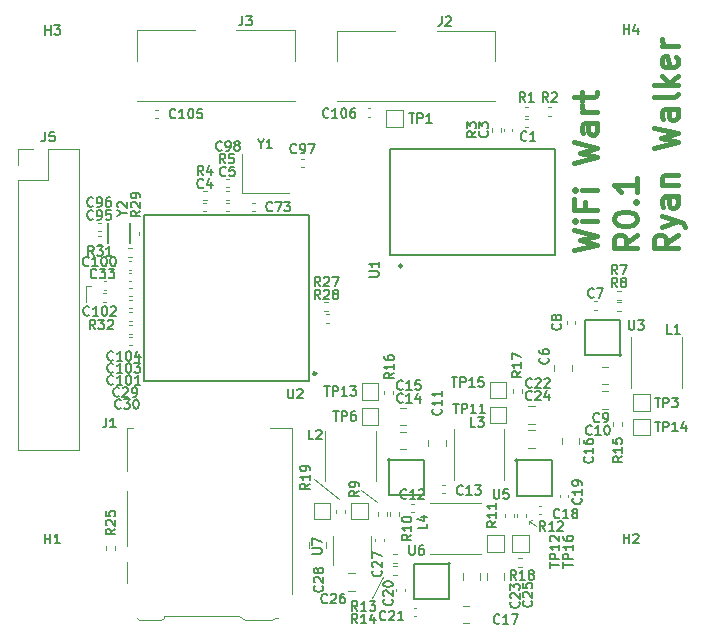
<source format=gbr>
%TF.GenerationSoftware,KiCad,Pcbnew,5.1.10*%
%TF.CreationDate,2021-05-13T15:13:00-07:00*%
%TF.ProjectId,hardware,68617264-7761-4726-952e-6b696361645f,rev?*%
%TF.SameCoordinates,Original*%
%TF.FileFunction,Legend,Top*%
%TF.FilePolarity,Positive*%
%FSLAX46Y46*%
G04 Gerber Fmt 4.6, Leading zero omitted, Abs format (unit mm)*
G04 Created by KiCad (PCBNEW 5.1.10) date 2021-05-13 15:13:00*
%MOMM*%
%LPD*%
G01*
G04 APERTURE LIST*
%ADD10C,0.120000*%
%ADD11C,0.400000*%
%ADD12C,0.250000*%
%ADD13C,0.150000*%
%ADD14C,0.203200*%
G04 APERTURE END LIST*
D10*
X127055880Y-134391400D02*
X128021080Y-132562600D01*
X126116080Y-125211840D02*
X127508000Y-126288800D01*
X122138440Y-124327920D02*
X124231400Y-126004320D01*
D11*
X144132861Y-104953185D02*
X146132861Y-104476995D01*
X144704290Y-104096042D01*
X146132861Y-103715090D01*
X144132861Y-103238900D01*
X146132861Y-102476995D02*
X144799528Y-102476995D01*
X144132861Y-102476995D02*
X144228100Y-102572233D01*
X144323338Y-102476995D01*
X144228100Y-102381757D01*
X144132861Y-102476995D01*
X144323338Y-102476995D01*
X145085242Y-100857947D02*
X145085242Y-101524614D01*
X146132861Y-101524614D02*
X144132861Y-101524614D01*
X144132861Y-100572233D01*
X146132861Y-99810328D02*
X144799528Y-99810328D01*
X144132861Y-99810328D02*
X144228100Y-99905566D01*
X144323338Y-99810328D01*
X144228100Y-99715090D01*
X144132861Y-99810328D01*
X144323338Y-99810328D01*
X144132861Y-97524614D02*
X146132861Y-97048423D01*
X144704290Y-96667471D01*
X146132861Y-96286519D01*
X144132861Y-95810328D01*
X146132861Y-94191280D02*
X145085242Y-94191280D01*
X144894766Y-94286519D01*
X144799528Y-94476995D01*
X144799528Y-94857947D01*
X144894766Y-95048423D01*
X146037623Y-94191280D02*
X146132861Y-94381757D01*
X146132861Y-94857947D01*
X146037623Y-95048423D01*
X145847147Y-95143661D01*
X145656671Y-95143661D01*
X145466195Y-95048423D01*
X145370957Y-94857947D01*
X145370957Y-94381757D01*
X145275719Y-94191280D01*
X146132861Y-93238900D02*
X144799528Y-93238900D01*
X145180480Y-93238900D02*
X144990004Y-93143661D01*
X144894766Y-93048423D01*
X144799528Y-92857947D01*
X144799528Y-92667471D01*
X144799528Y-92286519D02*
X144799528Y-91524614D01*
X144132861Y-92000804D02*
X145847147Y-92000804D01*
X146037623Y-91905566D01*
X146132861Y-91715090D01*
X146132861Y-91524614D01*
X149532861Y-103619852D02*
X148580480Y-104286519D01*
X149532861Y-104762709D02*
X147532861Y-104762709D01*
X147532861Y-104000804D01*
X147628100Y-103810328D01*
X147723338Y-103715090D01*
X147913814Y-103619852D01*
X148199528Y-103619852D01*
X148390004Y-103715090D01*
X148485242Y-103810328D01*
X148580480Y-104000804D01*
X148580480Y-104762709D01*
X147532861Y-102381757D02*
X147532861Y-102191280D01*
X147628100Y-102000804D01*
X147723338Y-101905566D01*
X147913814Y-101810328D01*
X148294766Y-101715090D01*
X148770957Y-101715090D01*
X149151909Y-101810328D01*
X149342385Y-101905566D01*
X149437623Y-102000804D01*
X149532861Y-102191280D01*
X149532861Y-102381757D01*
X149437623Y-102572233D01*
X149342385Y-102667471D01*
X149151909Y-102762709D01*
X148770957Y-102857947D01*
X148294766Y-102857947D01*
X147913814Y-102762709D01*
X147723338Y-102667471D01*
X147628100Y-102572233D01*
X147532861Y-102381757D01*
X149342385Y-100857947D02*
X149437623Y-100762709D01*
X149532861Y-100857947D01*
X149437623Y-100953185D01*
X149342385Y-100857947D01*
X149532861Y-100857947D01*
X149532861Y-98857947D02*
X149532861Y-100000804D01*
X149532861Y-99429376D02*
X147532861Y-99429376D01*
X147818576Y-99619852D01*
X148009052Y-99810328D01*
X148104290Y-100000804D01*
X152932861Y-103619852D02*
X151980480Y-104286519D01*
X152932861Y-104762709D02*
X150932861Y-104762709D01*
X150932861Y-104000804D01*
X151028100Y-103810328D01*
X151123338Y-103715090D01*
X151313814Y-103619852D01*
X151599528Y-103619852D01*
X151790004Y-103715090D01*
X151885242Y-103810328D01*
X151980480Y-104000804D01*
X151980480Y-104762709D01*
X151599528Y-102953185D02*
X152932861Y-102476995D01*
X151599528Y-102000804D02*
X152932861Y-102476995D01*
X153409052Y-102667471D01*
X153504290Y-102762709D01*
X153599528Y-102953185D01*
X152932861Y-100381757D02*
X151885242Y-100381757D01*
X151694766Y-100476995D01*
X151599528Y-100667471D01*
X151599528Y-101048423D01*
X151694766Y-101238900D01*
X152837623Y-100381757D02*
X152932861Y-100572233D01*
X152932861Y-101048423D01*
X152837623Y-101238900D01*
X152647147Y-101334138D01*
X152456671Y-101334138D01*
X152266195Y-101238900D01*
X152170957Y-101048423D01*
X152170957Y-100572233D01*
X152075719Y-100381757D01*
X151599528Y-99429376D02*
X152932861Y-99429376D01*
X151790004Y-99429376D02*
X151694766Y-99334138D01*
X151599528Y-99143661D01*
X151599528Y-98857947D01*
X151694766Y-98667471D01*
X151885242Y-98572233D01*
X152932861Y-98572233D01*
X150932861Y-96286519D02*
X152932861Y-95810328D01*
X151504290Y-95429376D01*
X152932861Y-95048423D01*
X150932861Y-94572233D01*
X152932861Y-92953185D02*
X151885242Y-92953185D01*
X151694766Y-93048423D01*
X151599528Y-93238900D01*
X151599528Y-93619852D01*
X151694766Y-93810328D01*
X152837623Y-92953185D02*
X152932861Y-93143661D01*
X152932861Y-93619852D01*
X152837623Y-93810328D01*
X152647147Y-93905566D01*
X152456671Y-93905566D01*
X152266195Y-93810328D01*
X152170957Y-93619852D01*
X152170957Y-93143661D01*
X152075719Y-92953185D01*
X152932861Y-91715090D02*
X152837623Y-91905566D01*
X152647147Y-92000804D01*
X150932861Y-92000804D01*
X152932861Y-90953185D02*
X150932861Y-90953185D01*
X152170957Y-90762709D02*
X152932861Y-90191280D01*
X151599528Y-90191280D02*
X152361433Y-90953185D01*
X152837623Y-88572233D02*
X152932861Y-88762709D01*
X152932861Y-89143661D01*
X152837623Y-89334138D01*
X152647147Y-89429376D01*
X151885242Y-89429376D01*
X151694766Y-89334138D01*
X151599528Y-89143661D01*
X151599528Y-88762709D01*
X151694766Y-88572233D01*
X151885242Y-88476995D01*
X152075719Y-88476995D01*
X152266195Y-89429376D01*
X152932861Y-87619852D02*
X151599528Y-87619852D01*
X151980480Y-87619852D02*
X151790004Y-87524614D01*
X151694766Y-87429376D01*
X151599528Y-87238900D01*
X151599528Y-87048423D01*
D10*
X140335000Y-127825500D02*
X140589000Y-127762000D01*
X140335000Y-127825500D02*
X140335000Y-128079500D01*
X140970000Y-128270000D02*
X140335000Y-127825500D01*
X102870000Y-107950000D02*
X102870000Y-109347000D01*
X103251000Y-107950000D02*
X102870000Y-107950000D01*
%TO.C,R27*%
X123137959Y-111124000D02*
X123445241Y-111124000D01*
X123137959Y-110364000D02*
X123445241Y-110364000D01*
D12*
%TO.C,U2*%
X122332200Y-115366000D02*
G75*
G03*
X122332200Y-115366000I-125000J0D01*
G01*
D13*
X107757200Y-101966000D02*
X121757200Y-101966000D01*
X107757200Y-115966000D02*
X107757200Y-101966000D01*
X121757200Y-115966000D02*
X107757200Y-115966000D01*
X121757200Y-101966000D02*
X121757200Y-115966000D01*
D10*
%TO.C,J5*%
X97044200Y-96358400D02*
X98374200Y-96358400D01*
X97044200Y-97688400D02*
X97044200Y-96358400D01*
X99644200Y-96358400D02*
X102244200Y-96358400D01*
X99644200Y-98958400D02*
X99644200Y-96358400D01*
X97044200Y-98958400D02*
X99644200Y-98958400D01*
X102244200Y-96358400D02*
X102244200Y-121878400D01*
X97044200Y-98958400D02*
X97044200Y-121878400D01*
X97044200Y-121878400D02*
X102244200Y-121878400D01*
%TO.C,C28*%
X123188400Y-129608948D02*
X123188400Y-130131452D01*
X121718400Y-129608948D02*
X121718400Y-130131452D01*
%TO.C,C26*%
X125062348Y-132284800D02*
X125584852Y-132284800D01*
X125062348Y-133754800D02*
X125584852Y-133754800D01*
%TO.C,C25*%
X138276000Y-132301348D02*
X138276000Y-132823852D01*
X136806000Y-132301348D02*
X136806000Y-132823852D01*
%TO.C,C24*%
X140302348Y-120169000D02*
X140824852Y-120169000D01*
X140302348Y-121639000D02*
X140824852Y-121639000D01*
%TO.C,C23*%
X136218600Y-132301348D02*
X136218600Y-132823852D01*
X134748600Y-132301348D02*
X134748600Y-132823852D01*
%TO.C,C22*%
X140297268Y-118137000D02*
X140819772Y-118137000D01*
X140297268Y-119607000D02*
X140819772Y-119607000D01*
%TO.C,C17*%
X134780348Y-135028000D02*
X135302852Y-135028000D01*
X134780348Y-136498000D02*
X135302852Y-136498000D01*
%TO.C,C16*%
X143105200Y-121343052D02*
X143105200Y-120820548D01*
X144575200Y-121343052D02*
X144575200Y-120820548D01*
%TO.C,C15*%
X129431148Y-118251300D02*
X129953652Y-118251300D01*
X129431148Y-119721300D02*
X129953652Y-119721300D01*
%TO.C,C14*%
X129431148Y-120283300D02*
X129953652Y-120283300D01*
X129431148Y-121753300D02*
X129953652Y-121753300D01*
%TO.C,C11*%
X131840300Y-121533552D02*
X131840300Y-121011048D01*
X133310300Y-121533552D02*
X133310300Y-121011048D01*
%TO.C,C10*%
X147073252Y-118337000D02*
X146550748Y-118337000D01*
X147073252Y-116867000D02*
X146550748Y-116867000D01*
%TO.C,C9*%
X147073252Y-116279600D02*
X146550748Y-116279600D01*
X147073252Y-114809600D02*
X146550748Y-114809600D01*
%TO.C,C6*%
X143965600Y-114673748D02*
X143965600Y-115196252D01*
X142495600Y-114673748D02*
X142495600Y-115196252D01*
%TO.C,J3*%
X107127440Y-86301240D02*
X112077440Y-86301240D01*
X107127440Y-86301240D02*
X107127440Y-88901240D01*
X120527440Y-86301240D02*
X120527440Y-88901240D01*
X120527440Y-86301240D02*
X115577440Y-86301240D01*
X120527440Y-92301240D02*
X107127440Y-92301240D01*
D13*
%TO.C,U1*%
X142553200Y-105363200D02*
X128553200Y-105363200D01*
X128553200Y-105363200D02*
X128553200Y-96363200D01*
X128553200Y-96363200D02*
X142553200Y-96363200D01*
X142553200Y-96363200D02*
X142553200Y-105363200D01*
D12*
X129603200Y-106263200D02*
G75*
G03*
X129603200Y-106263200I-125000J0D01*
G01*
D10*
%TO.C,R28*%
X122985559Y-110108000D02*
X123292841Y-110108000D01*
X122985559Y-109348000D02*
X123292841Y-109348000D01*
%TO.C,C106*%
X126688964Y-92908800D02*
X126904636Y-92908800D01*
X126688964Y-93628800D02*
X126904636Y-93628800D01*
%TO.C,C105*%
X108705764Y-93061200D02*
X108921436Y-93061200D01*
X108705764Y-93781200D02*
X108921436Y-93781200D01*
%TO.C,C104*%
X106711636Y-108843400D02*
X106495964Y-108843400D01*
X106711636Y-108123400D02*
X106495964Y-108123400D01*
%TO.C,C103*%
X106711636Y-109834000D02*
X106495964Y-109834000D01*
X106711636Y-109114000D02*
X106495964Y-109114000D01*
%TO.C,C102*%
X104550096Y-108287140D02*
X104334424Y-108287140D01*
X104550096Y-107567140D02*
X104334424Y-107567140D01*
%TO.C,C101*%
X106737036Y-110900800D02*
X106521364Y-110900800D01*
X106737036Y-110180800D02*
X106521364Y-110180800D01*
%TO.C,C100*%
X106470564Y-105857720D02*
X106686236Y-105857720D01*
X106470564Y-106577720D02*
X106686236Y-106577720D01*
%TO.C,C98*%
X114946316Y-99607960D02*
X114730644Y-99607960D01*
X114946316Y-98887960D02*
X114730644Y-98887960D01*
%TO.C,C97*%
X121057844Y-97170920D02*
X121273516Y-97170920D01*
X121057844Y-97890920D02*
X121273516Y-97890920D01*
%TO.C,C96*%
X103869604Y-102601440D02*
X104085276Y-102601440D01*
X103869604Y-103321440D02*
X104085276Y-103321440D01*
%TO.C,C95*%
X103869604Y-103703800D02*
X104085276Y-103703800D01*
X103869604Y-104423800D02*
X104085276Y-104423800D01*
%TO.C,C73*%
X117125636Y-101655200D02*
X116909964Y-101655200D01*
X117125636Y-100935200D02*
X116909964Y-100935200D01*
%TO.C,C33*%
X106686236Y-107573400D02*
X106470564Y-107573400D01*
X106686236Y-106853400D02*
X106470564Y-106853400D01*
%TO.C,C30*%
X106737036Y-112983600D02*
X106521364Y-112983600D01*
X106737036Y-112263600D02*
X106521364Y-112263600D01*
%TO.C,C29*%
X106737036Y-111993000D02*
X106521364Y-111993000D01*
X106737036Y-111273000D02*
X106521364Y-111273000D01*
%TO.C,C27*%
X128045800Y-129355964D02*
X128045800Y-129571636D01*
X127325800Y-129355964D02*
X127325800Y-129571636D01*
%TO.C,C21*%
X130818836Y-135945200D02*
X130603164Y-135945200D01*
X130818836Y-135225200D02*
X130603164Y-135225200D01*
%TO.C,C20*%
X129823800Y-133597764D02*
X129823800Y-133813436D01*
X129103800Y-133597764D02*
X129103800Y-133813436D01*
%TO.C,C19*%
X143679500Y-125622164D02*
X143679500Y-125837836D01*
X142959500Y-125622164D02*
X142959500Y-125837836D01*
%TO.C,C18*%
X141192364Y-126589200D02*
X141408036Y-126589200D01*
X141192364Y-127309200D02*
X141408036Y-127309200D01*
%TO.C,C13*%
X132988164Y-124785800D02*
X133203836Y-124785800D01*
X132988164Y-125505800D02*
X133203836Y-125505800D01*
%TO.C,C12*%
X130371964Y-126411400D02*
X130587636Y-126411400D01*
X130371964Y-127131400D02*
X130587636Y-127131400D01*
%TO.C,C8*%
X143531000Y-111156636D02*
X143531000Y-110940964D01*
X144251000Y-111156636D02*
X144251000Y-110940964D01*
%TO.C,C7*%
X146081636Y-109986400D02*
X145865964Y-109986400D01*
X146081636Y-109266400D02*
X145865964Y-109266400D01*
%TO.C,C5*%
X114725564Y-100935200D02*
X114941236Y-100935200D01*
X114725564Y-101655200D02*
X114941236Y-101655200D01*
%TO.C,C4*%
X112782464Y-100935200D02*
X112998136Y-100935200D01*
X112782464Y-101655200D02*
X112998136Y-101655200D01*
%TO.C,C3*%
X138209700Y-94849836D02*
X138209700Y-94634164D01*
X138929700Y-94849836D02*
X138929700Y-94634164D01*
%TO.C,C1*%
X140036664Y-93823200D02*
X140252336Y-93823200D01*
X140036664Y-94543200D02*
X140252336Y-94543200D01*
%TO.C,J2*%
X124079400Y-86336800D02*
X129029400Y-86336800D01*
X124079400Y-86336800D02*
X124079400Y-88936800D01*
X137479400Y-86336800D02*
X137479400Y-88936800D01*
X137479400Y-86336800D02*
X132529400Y-86336800D01*
X137479400Y-92336800D02*
X124079400Y-92336800D01*
D13*
%TO.C,Y2*%
X104740840Y-104360160D02*
X104740840Y-102660160D01*
X106540840Y-104360160D02*
X106540840Y-102660160D01*
D10*
%TO.C,R32*%
X104265759Y-108535200D02*
X104573041Y-108535200D01*
X104265759Y-109295200D02*
X104573041Y-109295200D01*
%TO.C,R31*%
X106744741Y-105523300D02*
X106437459Y-105523300D01*
X106744741Y-104763300D02*
X106437459Y-104763300D01*
%TO.C,R29*%
X106548920Y-103658641D02*
X106548920Y-103351359D01*
X107308920Y-103658641D02*
X107308920Y-103351359D01*
%TO.C,Y1*%
X116033800Y-100049600D02*
X120033800Y-100049600D01*
X116033800Y-96749600D02*
X116033800Y-100049600D01*
%TO.C,TP18*%
X123509000Y-127700000D02*
X122109000Y-127700000D01*
X123509000Y-126300000D02*
X123509000Y-127700000D01*
X122109000Y-126300000D02*
X123509000Y-126300000D01*
X122109000Y-127700000D02*
X122109000Y-126300000D01*
%TO.C,TP17*%
X126709400Y-127700000D02*
X125309400Y-127700000D01*
X126709400Y-126300000D02*
X126709400Y-127700000D01*
X125309400Y-126300000D02*
X126709400Y-126300000D01*
X125309400Y-127700000D02*
X125309400Y-126300000D01*
%TO.C,R25*%
X104572800Y-129995959D02*
X104572800Y-130303241D01*
X105332800Y-129995959D02*
X105332800Y-130303241D01*
%TO.C,R19*%
X124029200Y-126897159D02*
X124029200Y-127204441D01*
X124789200Y-126897159D02*
X124789200Y-127204441D01*
%TO.C,J1*%
X118384400Y-120004000D02*
X120304400Y-120004000D01*
X120304400Y-120004000D02*
X120304400Y-134014000D01*
X106784400Y-120004000D02*
X106334400Y-120004000D01*
X106334400Y-120004000D02*
X106334400Y-123614000D01*
X118624400Y-136274000D02*
X116314400Y-136274000D01*
X107364400Y-136274000D02*
X109224400Y-136274000D01*
X107364400Y-136274000D02*
X107164400Y-136074000D01*
X106334400Y-125314000D02*
X106334400Y-130014000D01*
X106334400Y-131314000D02*
X106334400Y-133114000D01*
X109434400Y-135924000D02*
X115804400Y-135924000D01*
X109434400Y-135924000D02*
X109434400Y-136074000D01*
X109224400Y-136274000D02*
X109434400Y-136074000D01*
X118624400Y-136274000D02*
X118824400Y-136074000D01*
X118824400Y-136074000D02*
X119084400Y-136074000D01*
X116314400Y-136274000D02*
X115804400Y-135924000D01*
%TO.C,U7*%
X126943760Y-130912440D02*
X126943760Y-129112440D01*
X123723760Y-129112440D02*
X123723760Y-131562440D01*
D14*
%TO.C,U6*%
X133676060Y-131458840D02*
G75*
G03*
X133676060Y-131458840I-100000J0D01*
G01*
X133600320Y-131458840D02*
X133600320Y-134458840D01*
X133600320Y-134458840D02*
X130600320Y-134458840D01*
X130600320Y-134458840D02*
X130600320Y-131458840D01*
X130600320Y-131458840D02*
X133600320Y-131458840D01*
%TO.C,U5*%
X139399820Y-122744420D02*
G75*
G03*
X139399820Y-122744420I-100000J0D01*
G01*
X139299820Y-122720160D02*
X142299820Y-122720160D01*
X142299820Y-122720160D02*
X142299820Y-125720160D01*
X142299820Y-125720160D02*
X139299820Y-125720160D01*
X139299820Y-125720160D02*
X139299820Y-122720160D01*
%TO.C,U4*%
X128597200Y-122692160D02*
G75*
G03*
X128597200Y-122692160I-100000J0D01*
G01*
X128497200Y-122667900D02*
X131497200Y-122667900D01*
X131497200Y-122667900D02*
X131497200Y-125667900D01*
X131497200Y-125667900D02*
X128497200Y-125667900D01*
X128497200Y-125667900D02*
X128497200Y-122667900D01*
D10*
%TO.C,TP16*%
X140349200Y-129043200D02*
X140349200Y-130443200D01*
X140349200Y-130443200D02*
X138949200Y-130443200D01*
X138949200Y-130443200D02*
X138949200Y-129043200D01*
X138949200Y-129043200D02*
X140349200Y-129043200D01*
%TO.C,TP15*%
X137044200Y-116063800D02*
X138444200Y-116063800D01*
X138444200Y-116063800D02*
X138444200Y-117463800D01*
X138444200Y-117463800D02*
X137044200Y-117463800D01*
X137044200Y-117463800D02*
X137044200Y-116063800D01*
%TO.C,TP14*%
X150585400Y-120613400D02*
X149185400Y-120613400D01*
X149185400Y-120613400D02*
X149185400Y-119213400D01*
X149185400Y-119213400D02*
X150585400Y-119213400D01*
X150585400Y-119213400D02*
X150585400Y-120613400D01*
%TO.C,TP13*%
X126198400Y-117603500D02*
X126198400Y-116203500D01*
X126198400Y-116203500D02*
X127598400Y-116203500D01*
X127598400Y-116203500D02*
X127598400Y-117603500D01*
X127598400Y-117603500D02*
X126198400Y-117603500D01*
%TO.C,TP12*%
X138215600Y-129043200D02*
X138215600Y-130443200D01*
X138215600Y-130443200D02*
X136815600Y-130443200D01*
X136815600Y-130443200D02*
X136815600Y-129043200D01*
X136815600Y-129043200D02*
X138215600Y-129043200D01*
%TO.C,TP11*%
X137044200Y-118172000D02*
X138444200Y-118172000D01*
X138444200Y-118172000D02*
X138444200Y-119572000D01*
X138444200Y-119572000D02*
X137044200Y-119572000D01*
X137044200Y-119572000D02*
X137044200Y-118172000D01*
%TO.C,TP6*%
X126198400Y-118299000D02*
X127598400Y-118299000D01*
X127598400Y-118299000D02*
X127598400Y-119699000D01*
X127598400Y-119699000D02*
X126198400Y-119699000D01*
X126198400Y-119699000D02*
X126198400Y-118299000D01*
%TO.C,TP3*%
X150585400Y-118530600D02*
X149185400Y-118530600D01*
X149185400Y-118530600D02*
X149185400Y-117130600D01*
X149185400Y-117130600D02*
X150585400Y-117130600D01*
X150585400Y-117130600D02*
X150585400Y-118530600D01*
%TO.C,TP1*%
X128281200Y-93102200D02*
X129681200Y-93102200D01*
X129681200Y-93102200D02*
X129681200Y-94502200D01*
X129681200Y-94502200D02*
X128281200Y-94502200D01*
X128281200Y-94502200D02*
X128281200Y-93102200D01*
%TO.C,R18*%
X139726641Y-131723400D02*
X139419359Y-131723400D01*
X139726641Y-130963400D02*
X139419359Y-130963400D01*
%TO.C,R17*%
X139724400Y-116686359D02*
X139724400Y-116993641D01*
X138964400Y-116686359D02*
X138964400Y-116993641D01*
%TO.C,R16*%
X128853200Y-116813359D02*
X128853200Y-117120641D01*
X128093200Y-116813359D02*
X128093200Y-117120641D01*
%TO.C,R15*%
X147498800Y-119813041D02*
X147498800Y-119505759D01*
X148258800Y-119813041D02*
X148258800Y-119505759D01*
%TO.C,R14*%
X129160241Y-132434600D02*
X128852959Y-132434600D01*
X129160241Y-131674600D02*
X128852959Y-131674600D01*
%TO.C,R13*%
X128852959Y-130658600D02*
X129160241Y-130658600D01*
X128852959Y-131418600D02*
X129160241Y-131418600D01*
%TO.C,R12*%
X140130800Y-127227359D02*
X140130800Y-127534641D01*
X139370800Y-127227359D02*
X139370800Y-127534641D01*
%TO.C,R11*%
X138354800Y-127534641D02*
X138354800Y-127227359D01*
X139114800Y-127534641D02*
X139114800Y-127227359D01*
%TO.C,R10*%
X129310400Y-127125759D02*
X129310400Y-127433041D01*
X128550400Y-127125759D02*
X128550400Y-127433041D01*
%TO.C,R9*%
X127534400Y-127433041D02*
X127534400Y-127125759D01*
X128294400Y-127433041D02*
X128294400Y-127125759D01*
%TO.C,R8*%
X147801359Y-109348000D02*
X148108641Y-109348000D01*
X147801359Y-110108000D02*
X148108641Y-110108000D01*
%TO.C,R7*%
X148108641Y-109117400D02*
X147801359Y-109117400D01*
X148108641Y-108357400D02*
X147801359Y-108357400D01*
%TO.C,L4*%
X136266000Y-130627200D02*
X131958000Y-130627200D01*
X131958000Y-126319200D02*
X136266000Y-126319200D01*
%TO.C,L3*%
X138272600Y-120096200D02*
X138272600Y-124404200D01*
X133964600Y-124404200D02*
X133964600Y-120096200D01*
%TO.C,L2*%
X127388700Y-120206600D02*
X127388700Y-124514600D01*
X123080700Y-124514600D02*
X123080700Y-120206600D01*
%TO.C,L1*%
X148976000Y-116581000D02*
X148976000Y-112273000D01*
X153284000Y-112273000D02*
X153284000Y-116581000D01*
D14*
%TO.C,U3*%
X148058000Y-110828960D02*
X148058000Y-113828960D01*
X145058000Y-110828960D02*
X148058000Y-110828960D01*
X145058000Y-113828960D02*
X145058000Y-110828960D01*
X148058000Y-113828960D02*
X145058000Y-113828960D01*
X148158000Y-113804700D02*
G75*
G03*
X148158000Y-113804700I-100000J0D01*
G01*
D10*
%TO.C,R5*%
X114679759Y-100659200D02*
X114987041Y-100659200D01*
X114679759Y-99899200D02*
X114987041Y-99899200D01*
%TO.C,R4*%
X112739839Y-100657840D02*
X113047121Y-100657840D01*
X112739839Y-99897840D02*
X113047121Y-99897840D01*
%TO.C,R3*%
X137186400Y-94588359D02*
X137186400Y-94895641D01*
X137946400Y-94588359D02*
X137946400Y-94895641D01*
%TO.C,R2*%
X141935459Y-92796000D02*
X142242741Y-92796000D01*
X141935459Y-93556000D02*
X142242741Y-93556000D01*
%TO.C,R1*%
X139990859Y-92799900D02*
X140298141Y-92799900D01*
X139990859Y-93559900D02*
X140298141Y-93559900D01*
%TO.C,R27*%
D13*
X122675714Y-107994404D02*
X122409047Y-107613452D01*
X122218571Y-107994404D02*
X122218571Y-107194404D01*
X122523333Y-107194404D01*
X122599523Y-107232500D01*
X122637619Y-107270595D01*
X122675714Y-107346785D01*
X122675714Y-107461071D01*
X122637619Y-107537261D01*
X122599523Y-107575357D01*
X122523333Y-107613452D01*
X122218571Y-107613452D01*
X122980476Y-107270595D02*
X123018571Y-107232500D01*
X123094761Y-107194404D01*
X123285238Y-107194404D01*
X123361428Y-107232500D01*
X123399523Y-107270595D01*
X123437619Y-107346785D01*
X123437619Y-107422976D01*
X123399523Y-107537261D01*
X122942380Y-107994404D01*
X123437619Y-107994404D01*
X123704285Y-107194404D02*
X124237619Y-107194404D01*
X123894761Y-107994404D01*
%TO.C,U2*%
X119950176Y-116677904D02*
X119950176Y-117325523D01*
X119988271Y-117401714D01*
X120026366Y-117439809D01*
X120102557Y-117477904D01*
X120254938Y-117477904D01*
X120331128Y-117439809D01*
X120369223Y-117401714D01*
X120407319Y-117325523D01*
X120407319Y-116677904D01*
X120750176Y-116754095D02*
X120788271Y-116716000D01*
X120864461Y-116677904D01*
X121054938Y-116677904D01*
X121131128Y-116716000D01*
X121169223Y-116754095D01*
X121207319Y-116830285D01*
X121207319Y-116906476D01*
X121169223Y-117020761D01*
X120712080Y-117477904D01*
X121207319Y-117477904D01*
%TO.C,J5*%
X99377533Y-94920304D02*
X99377533Y-95491733D01*
X99339438Y-95606019D01*
X99263247Y-95682209D01*
X99148961Y-95720304D01*
X99072771Y-95720304D01*
X100139438Y-94920304D02*
X99758485Y-94920304D01*
X99720390Y-95301257D01*
X99758485Y-95263161D01*
X99834676Y-95225066D01*
X100025152Y-95225066D01*
X100101342Y-95263161D01*
X100139438Y-95301257D01*
X100177533Y-95377447D01*
X100177533Y-95567923D01*
X100139438Y-95644114D01*
X100101342Y-95682209D01*
X100025152Y-95720304D01*
X99834676Y-95720304D01*
X99758485Y-95682209D01*
X99720390Y-95644114D01*
%TO.C,H4*%
X148376716Y-86615224D02*
X148376716Y-85815224D01*
X148376716Y-86196177D02*
X148833859Y-86196177D01*
X148833859Y-86615224D02*
X148833859Y-85815224D01*
X149557668Y-86081891D02*
X149557668Y-86615224D01*
X149367192Y-85777129D02*
X149176716Y-86348558D01*
X149671954Y-86348558D01*
%TO.C,H3*%
X99410596Y-86686344D02*
X99410596Y-85886344D01*
X99410596Y-86267297D02*
X99867739Y-86267297D01*
X99867739Y-86686344D02*
X99867739Y-85886344D01*
X100172500Y-85886344D02*
X100667739Y-85886344D01*
X100401072Y-86191106D01*
X100515358Y-86191106D01*
X100591548Y-86229201D01*
X100629643Y-86267297D01*
X100667739Y-86343487D01*
X100667739Y-86533963D01*
X100629643Y-86610154D01*
X100591548Y-86648249D01*
X100515358Y-86686344D01*
X100286786Y-86686344D01*
X100210596Y-86648249D01*
X100172500Y-86610154D01*
%TO.C,H2*%
X148397036Y-129734264D02*
X148397036Y-128934264D01*
X148397036Y-129315217D02*
X148854179Y-129315217D01*
X148854179Y-129734264D02*
X148854179Y-128934264D01*
X149197036Y-129010455D02*
X149235131Y-128972360D01*
X149311321Y-128934264D01*
X149501798Y-128934264D01*
X149577988Y-128972360D01*
X149616083Y-129010455D01*
X149654179Y-129086645D01*
X149654179Y-129162836D01*
X149616083Y-129277121D01*
X149158940Y-129734264D01*
X149654179Y-129734264D01*
%TO.C,H1*%
X99380116Y-129764744D02*
X99380116Y-128964744D01*
X99380116Y-129345697D02*
X99837259Y-129345697D01*
X99837259Y-129764744D02*
X99837259Y-128964744D01*
X100637259Y-129764744D02*
X100180116Y-129764744D01*
X100408687Y-129764744D02*
X100408687Y-128964744D01*
X100332497Y-129079030D01*
X100256306Y-129155220D01*
X100180116Y-129193316D01*
%TO.C,C28*%
X122840714Y-133356285D02*
X122878809Y-133394380D01*
X122916904Y-133508666D01*
X122916904Y-133584857D01*
X122878809Y-133699142D01*
X122802619Y-133775333D01*
X122726428Y-133813428D01*
X122574047Y-133851523D01*
X122459761Y-133851523D01*
X122307380Y-133813428D01*
X122231190Y-133775333D01*
X122155000Y-133699142D01*
X122116904Y-133584857D01*
X122116904Y-133508666D01*
X122155000Y-133394380D01*
X122193095Y-133356285D01*
X122193095Y-133051523D02*
X122155000Y-133013428D01*
X122116904Y-132937238D01*
X122116904Y-132746761D01*
X122155000Y-132670571D01*
X122193095Y-132632476D01*
X122269285Y-132594380D01*
X122345476Y-132594380D01*
X122459761Y-132632476D01*
X122916904Y-133089619D01*
X122916904Y-132594380D01*
X122459761Y-132137238D02*
X122421666Y-132213428D01*
X122383571Y-132251523D01*
X122307380Y-132289619D01*
X122269285Y-132289619D01*
X122193095Y-132251523D01*
X122155000Y-132213428D01*
X122116904Y-132137238D01*
X122116904Y-131984857D01*
X122155000Y-131908666D01*
X122193095Y-131870571D01*
X122269285Y-131832476D01*
X122307380Y-131832476D01*
X122383571Y-131870571D01*
X122421666Y-131908666D01*
X122459761Y-131984857D01*
X122459761Y-132137238D01*
X122497857Y-132213428D01*
X122535952Y-132251523D01*
X122612142Y-132289619D01*
X122764523Y-132289619D01*
X122840714Y-132251523D01*
X122878809Y-132213428D01*
X122916904Y-132137238D01*
X122916904Y-131984857D01*
X122878809Y-131908666D01*
X122840714Y-131870571D01*
X122764523Y-131832476D01*
X122612142Y-131832476D01*
X122535952Y-131870571D01*
X122497857Y-131908666D01*
X122459761Y-131984857D01*
%TO.C,C26*%
X123254834Y-134753314D02*
X123216739Y-134791409D01*
X123102453Y-134829504D01*
X123026262Y-134829504D01*
X122911977Y-134791409D01*
X122835786Y-134715219D01*
X122797691Y-134639028D01*
X122759596Y-134486647D01*
X122759596Y-134372361D01*
X122797691Y-134219980D01*
X122835786Y-134143790D01*
X122911977Y-134067600D01*
X123026262Y-134029504D01*
X123102453Y-134029504D01*
X123216739Y-134067600D01*
X123254834Y-134105695D01*
X123559596Y-134105695D02*
X123597691Y-134067600D01*
X123673881Y-134029504D01*
X123864358Y-134029504D01*
X123940548Y-134067600D01*
X123978643Y-134105695D01*
X124016739Y-134181885D01*
X124016739Y-134258076D01*
X123978643Y-134372361D01*
X123521500Y-134829504D01*
X124016739Y-134829504D01*
X124702453Y-134029504D02*
X124550072Y-134029504D01*
X124473881Y-134067600D01*
X124435786Y-134105695D01*
X124359596Y-134219980D01*
X124321500Y-134372361D01*
X124321500Y-134677123D01*
X124359596Y-134753314D01*
X124397691Y-134791409D01*
X124473881Y-134829504D01*
X124626262Y-134829504D01*
X124702453Y-134791409D01*
X124740548Y-134753314D01*
X124778643Y-134677123D01*
X124778643Y-134486647D01*
X124740548Y-134410457D01*
X124702453Y-134372361D01*
X124626262Y-134334266D01*
X124473881Y-134334266D01*
X124397691Y-134372361D01*
X124359596Y-134410457D01*
X124321500Y-134486647D01*
%TO.C,C25*%
X140557214Y-134626285D02*
X140595309Y-134664380D01*
X140633404Y-134778666D01*
X140633404Y-134854857D01*
X140595309Y-134969142D01*
X140519119Y-135045333D01*
X140442928Y-135083428D01*
X140290547Y-135121523D01*
X140176261Y-135121523D01*
X140023880Y-135083428D01*
X139947690Y-135045333D01*
X139871500Y-134969142D01*
X139833404Y-134854857D01*
X139833404Y-134778666D01*
X139871500Y-134664380D01*
X139909595Y-134626285D01*
X139909595Y-134321523D02*
X139871500Y-134283428D01*
X139833404Y-134207238D01*
X139833404Y-134016761D01*
X139871500Y-133940571D01*
X139909595Y-133902476D01*
X139985785Y-133864380D01*
X140061976Y-133864380D01*
X140176261Y-133902476D01*
X140633404Y-134359619D01*
X140633404Y-133864380D01*
X139833404Y-133140571D02*
X139833404Y-133521523D01*
X140214357Y-133559619D01*
X140176261Y-133521523D01*
X140138166Y-133445333D01*
X140138166Y-133254857D01*
X140176261Y-133178666D01*
X140214357Y-133140571D01*
X140290547Y-133102476D01*
X140481023Y-133102476D01*
X140557214Y-133140571D01*
X140595309Y-133178666D01*
X140633404Y-133254857D01*
X140633404Y-133445333D01*
X140595309Y-133521523D01*
X140557214Y-133559619D01*
%TO.C,C24*%
X140582714Y-117570214D02*
X140544619Y-117608309D01*
X140430333Y-117646404D01*
X140354142Y-117646404D01*
X140239857Y-117608309D01*
X140163666Y-117532119D01*
X140125571Y-117455928D01*
X140087476Y-117303547D01*
X140087476Y-117189261D01*
X140125571Y-117036880D01*
X140163666Y-116960690D01*
X140239857Y-116884500D01*
X140354142Y-116846404D01*
X140430333Y-116846404D01*
X140544619Y-116884500D01*
X140582714Y-116922595D01*
X140887476Y-116922595D02*
X140925571Y-116884500D01*
X141001761Y-116846404D01*
X141192238Y-116846404D01*
X141268428Y-116884500D01*
X141306523Y-116922595D01*
X141344619Y-116998785D01*
X141344619Y-117074976D01*
X141306523Y-117189261D01*
X140849380Y-117646404D01*
X141344619Y-117646404D01*
X142030333Y-117113071D02*
X142030333Y-117646404D01*
X141839857Y-116808309D02*
X141649380Y-117379738D01*
X142144619Y-117379738D01*
%TO.C,C23*%
X139477714Y-134689785D02*
X139515809Y-134727880D01*
X139553904Y-134842166D01*
X139553904Y-134918357D01*
X139515809Y-135032642D01*
X139439619Y-135108833D01*
X139363428Y-135146928D01*
X139211047Y-135185023D01*
X139096761Y-135185023D01*
X138944380Y-135146928D01*
X138868190Y-135108833D01*
X138792000Y-135032642D01*
X138753904Y-134918357D01*
X138753904Y-134842166D01*
X138792000Y-134727880D01*
X138830095Y-134689785D01*
X138830095Y-134385023D02*
X138792000Y-134346928D01*
X138753904Y-134270738D01*
X138753904Y-134080261D01*
X138792000Y-134004071D01*
X138830095Y-133965976D01*
X138906285Y-133927880D01*
X138982476Y-133927880D01*
X139096761Y-133965976D01*
X139553904Y-134423119D01*
X139553904Y-133927880D01*
X138753904Y-133661214D02*
X138753904Y-133165976D01*
X139058666Y-133432642D01*
X139058666Y-133318357D01*
X139096761Y-133242166D01*
X139134857Y-133204071D01*
X139211047Y-133165976D01*
X139401523Y-133165976D01*
X139477714Y-133204071D01*
X139515809Y-133242166D01*
X139553904Y-133318357D01*
X139553904Y-133546928D01*
X139515809Y-133623119D01*
X139477714Y-133661214D01*
%TO.C,C22*%
X140582714Y-116490714D02*
X140544619Y-116528809D01*
X140430333Y-116566904D01*
X140354142Y-116566904D01*
X140239857Y-116528809D01*
X140163666Y-116452619D01*
X140125571Y-116376428D01*
X140087476Y-116224047D01*
X140087476Y-116109761D01*
X140125571Y-115957380D01*
X140163666Y-115881190D01*
X140239857Y-115805000D01*
X140354142Y-115766904D01*
X140430333Y-115766904D01*
X140544619Y-115805000D01*
X140582714Y-115843095D01*
X140887476Y-115843095D02*
X140925571Y-115805000D01*
X141001761Y-115766904D01*
X141192238Y-115766904D01*
X141268428Y-115805000D01*
X141306523Y-115843095D01*
X141344619Y-115919285D01*
X141344619Y-115995476D01*
X141306523Y-116109761D01*
X140849380Y-116566904D01*
X141344619Y-116566904D01*
X141649380Y-115843095D02*
X141687476Y-115805000D01*
X141763666Y-115766904D01*
X141954142Y-115766904D01*
X142030333Y-115805000D01*
X142068428Y-115843095D01*
X142106523Y-115919285D01*
X142106523Y-115995476D01*
X142068428Y-116109761D01*
X141611285Y-116566904D01*
X142106523Y-116566904D01*
%TO.C,C17*%
X137852214Y-136493214D02*
X137814119Y-136531309D01*
X137699833Y-136569404D01*
X137623642Y-136569404D01*
X137509357Y-136531309D01*
X137433166Y-136455119D01*
X137395071Y-136378928D01*
X137356976Y-136226547D01*
X137356976Y-136112261D01*
X137395071Y-135959880D01*
X137433166Y-135883690D01*
X137509357Y-135807500D01*
X137623642Y-135769404D01*
X137699833Y-135769404D01*
X137814119Y-135807500D01*
X137852214Y-135845595D01*
X138614119Y-136569404D02*
X138156976Y-136569404D01*
X138385547Y-136569404D02*
X138385547Y-135769404D01*
X138309357Y-135883690D01*
X138233166Y-135959880D01*
X138156976Y-135997976D01*
X138880785Y-135769404D02*
X139414119Y-135769404D01*
X139071261Y-136569404D01*
%TO.C,C16*%
X145700714Y-122434285D02*
X145738809Y-122472380D01*
X145776904Y-122586666D01*
X145776904Y-122662857D01*
X145738809Y-122777142D01*
X145662619Y-122853333D01*
X145586428Y-122891428D01*
X145434047Y-122929523D01*
X145319761Y-122929523D01*
X145167380Y-122891428D01*
X145091190Y-122853333D01*
X145015000Y-122777142D01*
X144976904Y-122662857D01*
X144976904Y-122586666D01*
X145015000Y-122472380D01*
X145053095Y-122434285D01*
X145776904Y-121672380D02*
X145776904Y-122129523D01*
X145776904Y-121900952D02*
X144976904Y-121900952D01*
X145091190Y-121977142D01*
X145167380Y-122053333D01*
X145205476Y-122129523D01*
X144976904Y-120986666D02*
X144976904Y-121139047D01*
X145015000Y-121215238D01*
X145053095Y-121253333D01*
X145167380Y-121329523D01*
X145319761Y-121367619D01*
X145624523Y-121367619D01*
X145700714Y-121329523D01*
X145738809Y-121291428D01*
X145776904Y-121215238D01*
X145776904Y-121062857D01*
X145738809Y-120986666D01*
X145700714Y-120948571D01*
X145624523Y-120910476D01*
X145434047Y-120910476D01*
X145357857Y-120948571D01*
X145319761Y-120986666D01*
X145281666Y-121062857D01*
X145281666Y-121215238D01*
X145319761Y-121291428D01*
X145357857Y-121329523D01*
X145434047Y-121367619D01*
%TO.C,C15*%
X129660714Y-116681214D02*
X129622619Y-116719309D01*
X129508333Y-116757404D01*
X129432142Y-116757404D01*
X129317857Y-116719309D01*
X129241666Y-116643119D01*
X129203571Y-116566928D01*
X129165476Y-116414547D01*
X129165476Y-116300261D01*
X129203571Y-116147880D01*
X129241666Y-116071690D01*
X129317857Y-115995500D01*
X129432142Y-115957404D01*
X129508333Y-115957404D01*
X129622619Y-115995500D01*
X129660714Y-116033595D01*
X130422619Y-116757404D02*
X129965476Y-116757404D01*
X130194047Y-116757404D02*
X130194047Y-115957404D01*
X130117857Y-116071690D01*
X130041666Y-116147880D01*
X129965476Y-116185976D01*
X131146428Y-115957404D02*
X130765476Y-115957404D01*
X130727380Y-116338357D01*
X130765476Y-116300261D01*
X130841666Y-116262166D01*
X131032142Y-116262166D01*
X131108333Y-116300261D01*
X131146428Y-116338357D01*
X131184523Y-116414547D01*
X131184523Y-116605023D01*
X131146428Y-116681214D01*
X131108333Y-116719309D01*
X131032142Y-116757404D01*
X130841666Y-116757404D01*
X130765476Y-116719309D01*
X130727380Y-116681214D01*
%TO.C,C14*%
X129660714Y-117760714D02*
X129622619Y-117798809D01*
X129508333Y-117836904D01*
X129432142Y-117836904D01*
X129317857Y-117798809D01*
X129241666Y-117722619D01*
X129203571Y-117646428D01*
X129165476Y-117494047D01*
X129165476Y-117379761D01*
X129203571Y-117227380D01*
X129241666Y-117151190D01*
X129317857Y-117075000D01*
X129432142Y-117036904D01*
X129508333Y-117036904D01*
X129622619Y-117075000D01*
X129660714Y-117113095D01*
X130422619Y-117836904D02*
X129965476Y-117836904D01*
X130194047Y-117836904D02*
X130194047Y-117036904D01*
X130117857Y-117151190D01*
X130041666Y-117227380D01*
X129965476Y-117265476D01*
X131108333Y-117303571D02*
X131108333Y-117836904D01*
X130917857Y-116998809D02*
X130727380Y-117570238D01*
X131222619Y-117570238D01*
%TO.C,C11*%
X132873714Y-118370285D02*
X132911809Y-118408380D01*
X132949904Y-118522666D01*
X132949904Y-118598857D01*
X132911809Y-118713142D01*
X132835619Y-118789333D01*
X132759428Y-118827428D01*
X132607047Y-118865523D01*
X132492761Y-118865523D01*
X132340380Y-118827428D01*
X132264190Y-118789333D01*
X132188000Y-118713142D01*
X132149904Y-118598857D01*
X132149904Y-118522666D01*
X132188000Y-118408380D01*
X132226095Y-118370285D01*
X132949904Y-117608380D02*
X132949904Y-118065523D01*
X132949904Y-117836952D02*
X132149904Y-117836952D01*
X132264190Y-117913142D01*
X132340380Y-117989333D01*
X132378476Y-118065523D01*
X132949904Y-116846476D02*
X132949904Y-117303619D01*
X132949904Y-117075047D02*
X132149904Y-117075047D01*
X132264190Y-117151238D01*
X132340380Y-117227428D01*
X132378476Y-117303619D01*
%TO.C,C10*%
X145662714Y-120491214D02*
X145624619Y-120529309D01*
X145510333Y-120567404D01*
X145434142Y-120567404D01*
X145319857Y-120529309D01*
X145243666Y-120453119D01*
X145205571Y-120376928D01*
X145167476Y-120224547D01*
X145167476Y-120110261D01*
X145205571Y-119957880D01*
X145243666Y-119881690D01*
X145319857Y-119805500D01*
X145434142Y-119767404D01*
X145510333Y-119767404D01*
X145624619Y-119805500D01*
X145662714Y-119843595D01*
X146424619Y-120567404D02*
X145967476Y-120567404D01*
X146196047Y-120567404D02*
X146196047Y-119767404D01*
X146119857Y-119881690D01*
X146043666Y-119957880D01*
X145967476Y-119995976D01*
X146919857Y-119767404D02*
X146996047Y-119767404D01*
X147072238Y-119805500D01*
X147110333Y-119843595D01*
X147148428Y-119919785D01*
X147186523Y-120072166D01*
X147186523Y-120262642D01*
X147148428Y-120415023D01*
X147110333Y-120491214D01*
X147072238Y-120529309D01*
X146996047Y-120567404D01*
X146919857Y-120567404D01*
X146843666Y-120529309D01*
X146805571Y-120491214D01*
X146767476Y-120415023D01*
X146729380Y-120262642D01*
X146729380Y-120072166D01*
X146767476Y-119919785D01*
X146805571Y-119843595D01*
X146843666Y-119805500D01*
X146919857Y-119767404D01*
%TO.C,C9*%
X146297666Y-119411714D02*
X146259571Y-119449809D01*
X146145285Y-119487904D01*
X146069095Y-119487904D01*
X145954809Y-119449809D01*
X145878619Y-119373619D01*
X145840523Y-119297428D01*
X145802428Y-119145047D01*
X145802428Y-119030761D01*
X145840523Y-118878380D01*
X145878619Y-118802190D01*
X145954809Y-118726000D01*
X146069095Y-118687904D01*
X146145285Y-118687904D01*
X146259571Y-118726000D01*
X146297666Y-118764095D01*
X146678619Y-119487904D02*
X146831000Y-119487904D01*
X146907190Y-119449809D01*
X146945285Y-119411714D01*
X147021476Y-119297428D01*
X147059571Y-119145047D01*
X147059571Y-118840285D01*
X147021476Y-118764095D01*
X146983380Y-118726000D01*
X146907190Y-118687904D01*
X146754809Y-118687904D01*
X146678619Y-118726000D01*
X146640523Y-118764095D01*
X146602428Y-118840285D01*
X146602428Y-119030761D01*
X146640523Y-119106952D01*
X146678619Y-119145047D01*
X146754809Y-119183142D01*
X146907190Y-119183142D01*
X146983380Y-119145047D01*
X147021476Y-119106952D01*
X147059571Y-119030761D01*
%TO.C,C6*%
X141954214Y-114052333D02*
X141992309Y-114090428D01*
X142030404Y-114204714D01*
X142030404Y-114280904D01*
X141992309Y-114395190D01*
X141916119Y-114471380D01*
X141839928Y-114509476D01*
X141687547Y-114547571D01*
X141573261Y-114547571D01*
X141420880Y-114509476D01*
X141344690Y-114471380D01*
X141268500Y-114395190D01*
X141230404Y-114280904D01*
X141230404Y-114204714D01*
X141268500Y-114090428D01*
X141306595Y-114052333D01*
X141230404Y-113366619D02*
X141230404Y-113519000D01*
X141268500Y-113595190D01*
X141306595Y-113633285D01*
X141420880Y-113709476D01*
X141573261Y-113747571D01*
X141878023Y-113747571D01*
X141954214Y-113709476D01*
X141992309Y-113671380D01*
X142030404Y-113595190D01*
X142030404Y-113442809D01*
X141992309Y-113366619D01*
X141954214Y-113328523D01*
X141878023Y-113290428D01*
X141687547Y-113290428D01*
X141611357Y-113328523D01*
X141573261Y-113366619D01*
X141535166Y-113442809D01*
X141535166Y-113595190D01*
X141573261Y-113671380D01*
X141611357Y-113709476D01*
X141687547Y-113747571D01*
%TO.C,J3*%
X116070413Y-85098944D02*
X116070413Y-85670373D01*
X116032318Y-85784659D01*
X115956127Y-85860849D01*
X115841841Y-85898944D01*
X115765651Y-85898944D01*
X116375175Y-85098944D02*
X116870413Y-85098944D01*
X116603746Y-85403706D01*
X116718032Y-85403706D01*
X116794222Y-85441801D01*
X116832318Y-85479897D01*
X116870413Y-85556087D01*
X116870413Y-85746563D01*
X116832318Y-85822754D01*
X116794222Y-85860849D01*
X116718032Y-85898944D01*
X116489460Y-85898944D01*
X116413270Y-85860849D01*
X116375175Y-85822754D01*
%TO.C,U1*%
X126840104Y-107170223D02*
X127487723Y-107170223D01*
X127563914Y-107132128D01*
X127602009Y-107094033D01*
X127640104Y-107017842D01*
X127640104Y-106865461D01*
X127602009Y-106789271D01*
X127563914Y-106751176D01*
X127487723Y-106713080D01*
X126840104Y-106713080D01*
X127640104Y-105913080D02*
X127640104Y-106370223D01*
X127640104Y-106141652D02*
X126840104Y-106141652D01*
X126954390Y-106217842D01*
X127030580Y-106294033D01*
X127068676Y-106370223D01*
%TO.C,R28*%
X122675714Y-109073904D02*
X122409047Y-108692952D01*
X122218571Y-109073904D02*
X122218571Y-108273904D01*
X122523333Y-108273904D01*
X122599523Y-108312000D01*
X122637619Y-108350095D01*
X122675714Y-108426285D01*
X122675714Y-108540571D01*
X122637619Y-108616761D01*
X122599523Y-108654857D01*
X122523333Y-108692952D01*
X122218571Y-108692952D01*
X122980476Y-108350095D02*
X123018571Y-108312000D01*
X123094761Y-108273904D01*
X123285238Y-108273904D01*
X123361428Y-108312000D01*
X123399523Y-108350095D01*
X123437619Y-108426285D01*
X123437619Y-108502476D01*
X123399523Y-108616761D01*
X122942380Y-109073904D01*
X123437619Y-109073904D01*
X123894761Y-108616761D02*
X123818571Y-108578666D01*
X123780476Y-108540571D01*
X123742380Y-108464380D01*
X123742380Y-108426285D01*
X123780476Y-108350095D01*
X123818571Y-108312000D01*
X123894761Y-108273904D01*
X124047142Y-108273904D01*
X124123333Y-108312000D01*
X124161428Y-108350095D01*
X124199523Y-108426285D01*
X124199523Y-108464380D01*
X124161428Y-108540571D01*
X124123333Y-108578666D01*
X124047142Y-108616761D01*
X123894761Y-108616761D01*
X123818571Y-108654857D01*
X123780476Y-108692952D01*
X123742380Y-108769142D01*
X123742380Y-108921523D01*
X123780476Y-108997714D01*
X123818571Y-109035809D01*
X123894761Y-109073904D01*
X124047142Y-109073904D01*
X124123333Y-109035809D01*
X124161428Y-108997714D01*
X124199523Y-108921523D01*
X124199523Y-108769142D01*
X124161428Y-108692952D01*
X124123333Y-108654857D01*
X124047142Y-108616761D01*
%TO.C,C106*%
X123374261Y-93630714D02*
X123336166Y-93668809D01*
X123221880Y-93706904D01*
X123145690Y-93706904D01*
X123031404Y-93668809D01*
X122955214Y-93592619D01*
X122917119Y-93516428D01*
X122879023Y-93364047D01*
X122879023Y-93249761D01*
X122917119Y-93097380D01*
X122955214Y-93021190D01*
X123031404Y-92945000D01*
X123145690Y-92906904D01*
X123221880Y-92906904D01*
X123336166Y-92945000D01*
X123374261Y-92983095D01*
X124136166Y-93706904D02*
X123679023Y-93706904D01*
X123907595Y-93706904D02*
X123907595Y-92906904D01*
X123831404Y-93021190D01*
X123755214Y-93097380D01*
X123679023Y-93135476D01*
X124631404Y-92906904D02*
X124707595Y-92906904D01*
X124783785Y-92945000D01*
X124821880Y-92983095D01*
X124859976Y-93059285D01*
X124898071Y-93211666D01*
X124898071Y-93402142D01*
X124859976Y-93554523D01*
X124821880Y-93630714D01*
X124783785Y-93668809D01*
X124707595Y-93706904D01*
X124631404Y-93706904D01*
X124555214Y-93668809D01*
X124517119Y-93630714D01*
X124479023Y-93554523D01*
X124440928Y-93402142D01*
X124440928Y-93211666D01*
X124479023Y-93059285D01*
X124517119Y-92983095D01*
X124555214Y-92945000D01*
X124631404Y-92906904D01*
X125583785Y-92906904D02*
X125431404Y-92906904D01*
X125355214Y-92945000D01*
X125317119Y-92983095D01*
X125240928Y-93097380D01*
X125202833Y-93249761D01*
X125202833Y-93554523D01*
X125240928Y-93630714D01*
X125279023Y-93668809D01*
X125355214Y-93706904D01*
X125507595Y-93706904D01*
X125583785Y-93668809D01*
X125621880Y-93630714D01*
X125659976Y-93554523D01*
X125659976Y-93364047D01*
X125621880Y-93287857D01*
X125583785Y-93249761D01*
X125507595Y-93211666D01*
X125355214Y-93211666D01*
X125279023Y-93249761D01*
X125240928Y-93287857D01*
X125202833Y-93364047D01*
%TO.C,C105*%
X110420261Y-93694214D02*
X110382166Y-93732309D01*
X110267880Y-93770404D01*
X110191690Y-93770404D01*
X110077404Y-93732309D01*
X110001214Y-93656119D01*
X109963119Y-93579928D01*
X109925023Y-93427547D01*
X109925023Y-93313261D01*
X109963119Y-93160880D01*
X110001214Y-93084690D01*
X110077404Y-93008500D01*
X110191690Y-92970404D01*
X110267880Y-92970404D01*
X110382166Y-93008500D01*
X110420261Y-93046595D01*
X111182166Y-93770404D02*
X110725023Y-93770404D01*
X110953595Y-93770404D02*
X110953595Y-92970404D01*
X110877404Y-93084690D01*
X110801214Y-93160880D01*
X110725023Y-93198976D01*
X111677404Y-92970404D02*
X111753595Y-92970404D01*
X111829785Y-93008500D01*
X111867880Y-93046595D01*
X111905976Y-93122785D01*
X111944071Y-93275166D01*
X111944071Y-93465642D01*
X111905976Y-93618023D01*
X111867880Y-93694214D01*
X111829785Y-93732309D01*
X111753595Y-93770404D01*
X111677404Y-93770404D01*
X111601214Y-93732309D01*
X111563119Y-93694214D01*
X111525023Y-93618023D01*
X111486928Y-93465642D01*
X111486928Y-93275166D01*
X111525023Y-93122785D01*
X111563119Y-93046595D01*
X111601214Y-93008500D01*
X111677404Y-92970404D01*
X112667880Y-92970404D02*
X112286928Y-92970404D01*
X112248833Y-93351357D01*
X112286928Y-93313261D01*
X112363119Y-93275166D01*
X112553595Y-93275166D01*
X112629785Y-93313261D01*
X112667880Y-93351357D01*
X112705976Y-93427547D01*
X112705976Y-93618023D01*
X112667880Y-93694214D01*
X112629785Y-93732309D01*
X112553595Y-93770404D01*
X112363119Y-93770404D01*
X112286928Y-93732309D01*
X112248833Y-93694214D01*
%TO.C,C104*%
X105149761Y-114204714D02*
X105111666Y-114242809D01*
X104997380Y-114280904D01*
X104921190Y-114280904D01*
X104806904Y-114242809D01*
X104730714Y-114166619D01*
X104692619Y-114090428D01*
X104654523Y-113938047D01*
X104654523Y-113823761D01*
X104692619Y-113671380D01*
X104730714Y-113595190D01*
X104806904Y-113519000D01*
X104921190Y-113480904D01*
X104997380Y-113480904D01*
X105111666Y-113519000D01*
X105149761Y-113557095D01*
X105911666Y-114280904D02*
X105454523Y-114280904D01*
X105683095Y-114280904D02*
X105683095Y-113480904D01*
X105606904Y-113595190D01*
X105530714Y-113671380D01*
X105454523Y-113709476D01*
X106406904Y-113480904D02*
X106483095Y-113480904D01*
X106559285Y-113519000D01*
X106597380Y-113557095D01*
X106635476Y-113633285D01*
X106673571Y-113785666D01*
X106673571Y-113976142D01*
X106635476Y-114128523D01*
X106597380Y-114204714D01*
X106559285Y-114242809D01*
X106483095Y-114280904D01*
X106406904Y-114280904D01*
X106330714Y-114242809D01*
X106292619Y-114204714D01*
X106254523Y-114128523D01*
X106216428Y-113976142D01*
X106216428Y-113785666D01*
X106254523Y-113633285D01*
X106292619Y-113557095D01*
X106330714Y-113519000D01*
X106406904Y-113480904D01*
X107359285Y-113747571D02*
X107359285Y-114280904D01*
X107168809Y-113442809D02*
X106978333Y-114014238D01*
X107473571Y-114014238D01*
%TO.C,C103*%
X105149761Y-115220714D02*
X105111666Y-115258809D01*
X104997380Y-115296904D01*
X104921190Y-115296904D01*
X104806904Y-115258809D01*
X104730714Y-115182619D01*
X104692619Y-115106428D01*
X104654523Y-114954047D01*
X104654523Y-114839761D01*
X104692619Y-114687380D01*
X104730714Y-114611190D01*
X104806904Y-114535000D01*
X104921190Y-114496904D01*
X104997380Y-114496904D01*
X105111666Y-114535000D01*
X105149761Y-114573095D01*
X105911666Y-115296904D02*
X105454523Y-115296904D01*
X105683095Y-115296904D02*
X105683095Y-114496904D01*
X105606904Y-114611190D01*
X105530714Y-114687380D01*
X105454523Y-114725476D01*
X106406904Y-114496904D02*
X106483095Y-114496904D01*
X106559285Y-114535000D01*
X106597380Y-114573095D01*
X106635476Y-114649285D01*
X106673571Y-114801666D01*
X106673571Y-114992142D01*
X106635476Y-115144523D01*
X106597380Y-115220714D01*
X106559285Y-115258809D01*
X106483095Y-115296904D01*
X106406904Y-115296904D01*
X106330714Y-115258809D01*
X106292619Y-115220714D01*
X106254523Y-115144523D01*
X106216428Y-114992142D01*
X106216428Y-114801666D01*
X106254523Y-114649285D01*
X106292619Y-114573095D01*
X106330714Y-114535000D01*
X106406904Y-114496904D01*
X106940238Y-114496904D02*
X107435476Y-114496904D01*
X107168809Y-114801666D01*
X107283095Y-114801666D01*
X107359285Y-114839761D01*
X107397380Y-114877857D01*
X107435476Y-114954047D01*
X107435476Y-115144523D01*
X107397380Y-115220714D01*
X107359285Y-115258809D01*
X107283095Y-115296904D01*
X107054523Y-115296904D01*
X106978333Y-115258809D01*
X106940238Y-115220714D01*
%TO.C,C102*%
X103117761Y-110394714D02*
X103079666Y-110432809D01*
X102965380Y-110470904D01*
X102889190Y-110470904D01*
X102774904Y-110432809D01*
X102698714Y-110356619D01*
X102660619Y-110280428D01*
X102622523Y-110128047D01*
X102622523Y-110013761D01*
X102660619Y-109861380D01*
X102698714Y-109785190D01*
X102774904Y-109709000D01*
X102889190Y-109670904D01*
X102965380Y-109670904D01*
X103079666Y-109709000D01*
X103117761Y-109747095D01*
X103879666Y-110470904D02*
X103422523Y-110470904D01*
X103651095Y-110470904D02*
X103651095Y-109670904D01*
X103574904Y-109785190D01*
X103498714Y-109861380D01*
X103422523Y-109899476D01*
X104374904Y-109670904D02*
X104451095Y-109670904D01*
X104527285Y-109709000D01*
X104565380Y-109747095D01*
X104603476Y-109823285D01*
X104641571Y-109975666D01*
X104641571Y-110166142D01*
X104603476Y-110318523D01*
X104565380Y-110394714D01*
X104527285Y-110432809D01*
X104451095Y-110470904D01*
X104374904Y-110470904D01*
X104298714Y-110432809D01*
X104260619Y-110394714D01*
X104222523Y-110318523D01*
X104184428Y-110166142D01*
X104184428Y-109975666D01*
X104222523Y-109823285D01*
X104260619Y-109747095D01*
X104298714Y-109709000D01*
X104374904Y-109670904D01*
X104946333Y-109747095D02*
X104984428Y-109709000D01*
X105060619Y-109670904D01*
X105251095Y-109670904D01*
X105327285Y-109709000D01*
X105365380Y-109747095D01*
X105403476Y-109823285D01*
X105403476Y-109899476D01*
X105365380Y-110013761D01*
X104908238Y-110470904D01*
X105403476Y-110470904D01*
%TO.C,C101*%
X105149761Y-116236714D02*
X105111666Y-116274809D01*
X104997380Y-116312904D01*
X104921190Y-116312904D01*
X104806904Y-116274809D01*
X104730714Y-116198619D01*
X104692619Y-116122428D01*
X104654523Y-115970047D01*
X104654523Y-115855761D01*
X104692619Y-115703380D01*
X104730714Y-115627190D01*
X104806904Y-115551000D01*
X104921190Y-115512904D01*
X104997380Y-115512904D01*
X105111666Y-115551000D01*
X105149761Y-115589095D01*
X105911666Y-116312904D02*
X105454523Y-116312904D01*
X105683095Y-116312904D02*
X105683095Y-115512904D01*
X105606904Y-115627190D01*
X105530714Y-115703380D01*
X105454523Y-115741476D01*
X106406904Y-115512904D02*
X106483095Y-115512904D01*
X106559285Y-115551000D01*
X106597380Y-115589095D01*
X106635476Y-115665285D01*
X106673571Y-115817666D01*
X106673571Y-116008142D01*
X106635476Y-116160523D01*
X106597380Y-116236714D01*
X106559285Y-116274809D01*
X106483095Y-116312904D01*
X106406904Y-116312904D01*
X106330714Y-116274809D01*
X106292619Y-116236714D01*
X106254523Y-116160523D01*
X106216428Y-116008142D01*
X106216428Y-115817666D01*
X106254523Y-115665285D01*
X106292619Y-115589095D01*
X106330714Y-115551000D01*
X106406904Y-115512904D01*
X107435476Y-116312904D02*
X106978333Y-116312904D01*
X107206904Y-116312904D02*
X107206904Y-115512904D01*
X107130714Y-115627190D01*
X107054523Y-115703380D01*
X106978333Y-115741476D01*
%TO.C,C100*%
X103087281Y-106203714D02*
X103049186Y-106241809D01*
X102934900Y-106279904D01*
X102858710Y-106279904D01*
X102744424Y-106241809D01*
X102668234Y-106165619D01*
X102630139Y-106089428D01*
X102592043Y-105937047D01*
X102592043Y-105822761D01*
X102630139Y-105670380D01*
X102668234Y-105594190D01*
X102744424Y-105518000D01*
X102858710Y-105479904D01*
X102934900Y-105479904D01*
X103049186Y-105518000D01*
X103087281Y-105556095D01*
X103849186Y-106279904D02*
X103392043Y-106279904D01*
X103620615Y-106279904D02*
X103620615Y-105479904D01*
X103544424Y-105594190D01*
X103468234Y-105670380D01*
X103392043Y-105708476D01*
X104344424Y-105479904D02*
X104420615Y-105479904D01*
X104496805Y-105518000D01*
X104534900Y-105556095D01*
X104572996Y-105632285D01*
X104611091Y-105784666D01*
X104611091Y-105975142D01*
X104572996Y-106127523D01*
X104534900Y-106203714D01*
X104496805Y-106241809D01*
X104420615Y-106279904D01*
X104344424Y-106279904D01*
X104268234Y-106241809D01*
X104230139Y-106203714D01*
X104192043Y-106127523D01*
X104153948Y-105975142D01*
X104153948Y-105784666D01*
X104192043Y-105632285D01*
X104230139Y-105556095D01*
X104268234Y-105518000D01*
X104344424Y-105479904D01*
X105106329Y-105479904D02*
X105182520Y-105479904D01*
X105258710Y-105518000D01*
X105296805Y-105556095D01*
X105334900Y-105632285D01*
X105372996Y-105784666D01*
X105372996Y-105975142D01*
X105334900Y-106127523D01*
X105296805Y-106203714D01*
X105258710Y-106241809D01*
X105182520Y-106279904D01*
X105106329Y-106279904D01*
X105030139Y-106241809D01*
X104992043Y-106203714D01*
X104953948Y-106127523D01*
X104915853Y-105975142D01*
X104915853Y-105784666D01*
X104953948Y-105632285D01*
X104992043Y-105556095D01*
X105030139Y-105518000D01*
X105106329Y-105479904D01*
%TO.C,C98*%
X114324194Y-96424714D02*
X114286099Y-96462809D01*
X114171813Y-96500904D01*
X114095622Y-96500904D01*
X113981337Y-96462809D01*
X113905146Y-96386619D01*
X113867051Y-96310428D01*
X113828956Y-96158047D01*
X113828956Y-96043761D01*
X113867051Y-95891380D01*
X113905146Y-95815190D01*
X113981337Y-95739000D01*
X114095622Y-95700904D01*
X114171813Y-95700904D01*
X114286099Y-95739000D01*
X114324194Y-95777095D01*
X114705146Y-96500904D02*
X114857527Y-96500904D01*
X114933718Y-96462809D01*
X114971813Y-96424714D01*
X115048003Y-96310428D01*
X115086099Y-96158047D01*
X115086099Y-95853285D01*
X115048003Y-95777095D01*
X115009908Y-95739000D01*
X114933718Y-95700904D01*
X114781337Y-95700904D01*
X114705146Y-95739000D01*
X114667051Y-95777095D01*
X114628956Y-95853285D01*
X114628956Y-96043761D01*
X114667051Y-96119952D01*
X114705146Y-96158047D01*
X114781337Y-96196142D01*
X114933718Y-96196142D01*
X115009908Y-96158047D01*
X115048003Y-96119952D01*
X115086099Y-96043761D01*
X115543241Y-96043761D02*
X115467051Y-96005666D01*
X115428956Y-95967571D01*
X115390860Y-95891380D01*
X115390860Y-95853285D01*
X115428956Y-95777095D01*
X115467051Y-95739000D01*
X115543241Y-95700904D01*
X115695622Y-95700904D01*
X115771813Y-95739000D01*
X115809908Y-95777095D01*
X115848003Y-95853285D01*
X115848003Y-95891380D01*
X115809908Y-95967571D01*
X115771813Y-96005666D01*
X115695622Y-96043761D01*
X115543241Y-96043761D01*
X115467051Y-96081857D01*
X115428956Y-96119952D01*
X115390860Y-96196142D01*
X115390860Y-96348523D01*
X115428956Y-96424714D01*
X115467051Y-96462809D01*
X115543241Y-96500904D01*
X115695622Y-96500904D01*
X115771813Y-96462809D01*
X115809908Y-96424714D01*
X115848003Y-96348523D01*
X115848003Y-96196142D01*
X115809908Y-96119952D01*
X115771813Y-96081857D01*
X115695622Y-96043761D01*
%TO.C,C97*%
X120651394Y-96656634D02*
X120613299Y-96694729D01*
X120499013Y-96732824D01*
X120422822Y-96732824D01*
X120308537Y-96694729D01*
X120232346Y-96618539D01*
X120194251Y-96542348D01*
X120156156Y-96389967D01*
X120156156Y-96275681D01*
X120194251Y-96123300D01*
X120232346Y-96047110D01*
X120308537Y-95970920D01*
X120422822Y-95932824D01*
X120499013Y-95932824D01*
X120613299Y-95970920D01*
X120651394Y-96009015D01*
X121032346Y-96732824D02*
X121184727Y-96732824D01*
X121260918Y-96694729D01*
X121299013Y-96656634D01*
X121375203Y-96542348D01*
X121413299Y-96389967D01*
X121413299Y-96085205D01*
X121375203Y-96009015D01*
X121337108Y-95970920D01*
X121260918Y-95932824D01*
X121108537Y-95932824D01*
X121032346Y-95970920D01*
X120994251Y-96009015D01*
X120956156Y-96085205D01*
X120956156Y-96275681D01*
X120994251Y-96351872D01*
X121032346Y-96389967D01*
X121108537Y-96428062D01*
X121260918Y-96428062D01*
X121337108Y-96389967D01*
X121375203Y-96351872D01*
X121413299Y-96275681D01*
X121679965Y-95932824D02*
X122213299Y-95932824D01*
X121870441Y-96732824D01*
%TO.C,C96*%
X103435214Y-101187214D02*
X103397119Y-101225309D01*
X103282833Y-101263404D01*
X103206642Y-101263404D01*
X103092357Y-101225309D01*
X103016166Y-101149119D01*
X102978071Y-101072928D01*
X102939976Y-100920547D01*
X102939976Y-100806261D01*
X102978071Y-100653880D01*
X103016166Y-100577690D01*
X103092357Y-100501500D01*
X103206642Y-100463404D01*
X103282833Y-100463404D01*
X103397119Y-100501500D01*
X103435214Y-100539595D01*
X103816166Y-101263404D02*
X103968547Y-101263404D01*
X104044738Y-101225309D01*
X104082833Y-101187214D01*
X104159023Y-101072928D01*
X104197119Y-100920547D01*
X104197119Y-100615785D01*
X104159023Y-100539595D01*
X104120928Y-100501500D01*
X104044738Y-100463404D01*
X103892357Y-100463404D01*
X103816166Y-100501500D01*
X103778071Y-100539595D01*
X103739976Y-100615785D01*
X103739976Y-100806261D01*
X103778071Y-100882452D01*
X103816166Y-100920547D01*
X103892357Y-100958642D01*
X104044738Y-100958642D01*
X104120928Y-100920547D01*
X104159023Y-100882452D01*
X104197119Y-100806261D01*
X104882833Y-100463404D02*
X104730452Y-100463404D01*
X104654261Y-100501500D01*
X104616166Y-100539595D01*
X104539976Y-100653880D01*
X104501880Y-100806261D01*
X104501880Y-101111023D01*
X104539976Y-101187214D01*
X104578071Y-101225309D01*
X104654261Y-101263404D01*
X104806642Y-101263404D01*
X104882833Y-101225309D01*
X104920928Y-101187214D01*
X104959023Y-101111023D01*
X104959023Y-100920547D01*
X104920928Y-100844357D01*
X104882833Y-100806261D01*
X104806642Y-100768166D01*
X104654261Y-100768166D01*
X104578071Y-100806261D01*
X104539976Y-100844357D01*
X104501880Y-100920547D01*
%TO.C,C95*%
X103435214Y-102266714D02*
X103397119Y-102304809D01*
X103282833Y-102342904D01*
X103206642Y-102342904D01*
X103092357Y-102304809D01*
X103016166Y-102228619D01*
X102978071Y-102152428D01*
X102939976Y-102000047D01*
X102939976Y-101885761D01*
X102978071Y-101733380D01*
X103016166Y-101657190D01*
X103092357Y-101581000D01*
X103206642Y-101542904D01*
X103282833Y-101542904D01*
X103397119Y-101581000D01*
X103435214Y-101619095D01*
X103816166Y-102342904D02*
X103968547Y-102342904D01*
X104044738Y-102304809D01*
X104082833Y-102266714D01*
X104159023Y-102152428D01*
X104197119Y-102000047D01*
X104197119Y-101695285D01*
X104159023Y-101619095D01*
X104120928Y-101581000D01*
X104044738Y-101542904D01*
X103892357Y-101542904D01*
X103816166Y-101581000D01*
X103778071Y-101619095D01*
X103739976Y-101695285D01*
X103739976Y-101885761D01*
X103778071Y-101961952D01*
X103816166Y-102000047D01*
X103892357Y-102038142D01*
X104044738Y-102038142D01*
X104120928Y-102000047D01*
X104159023Y-101961952D01*
X104197119Y-101885761D01*
X104920928Y-101542904D02*
X104539976Y-101542904D01*
X104501880Y-101923857D01*
X104539976Y-101885761D01*
X104616166Y-101847666D01*
X104806642Y-101847666D01*
X104882833Y-101885761D01*
X104920928Y-101923857D01*
X104959023Y-102000047D01*
X104959023Y-102190523D01*
X104920928Y-102266714D01*
X104882833Y-102304809D01*
X104806642Y-102342904D01*
X104616166Y-102342904D01*
X104539976Y-102304809D01*
X104501880Y-102266714D01*
%TO.C,C73*%
X118611714Y-101568214D02*
X118573619Y-101606309D01*
X118459333Y-101644404D01*
X118383142Y-101644404D01*
X118268857Y-101606309D01*
X118192666Y-101530119D01*
X118154571Y-101453928D01*
X118116476Y-101301547D01*
X118116476Y-101187261D01*
X118154571Y-101034880D01*
X118192666Y-100958690D01*
X118268857Y-100882500D01*
X118383142Y-100844404D01*
X118459333Y-100844404D01*
X118573619Y-100882500D01*
X118611714Y-100920595D01*
X118878380Y-100844404D02*
X119411714Y-100844404D01*
X119068857Y-101644404D01*
X119640285Y-100844404D02*
X120135523Y-100844404D01*
X119868857Y-101149166D01*
X119983142Y-101149166D01*
X120059333Y-101187261D01*
X120097428Y-101225357D01*
X120135523Y-101301547D01*
X120135523Y-101492023D01*
X120097428Y-101568214D01*
X120059333Y-101606309D01*
X119983142Y-101644404D01*
X119754571Y-101644404D01*
X119678380Y-101606309D01*
X119640285Y-101568214D01*
%TO.C,C33*%
X103727314Y-107219714D02*
X103689219Y-107257809D01*
X103574933Y-107295904D01*
X103498742Y-107295904D01*
X103384457Y-107257809D01*
X103308266Y-107181619D01*
X103270171Y-107105428D01*
X103232076Y-106953047D01*
X103232076Y-106838761D01*
X103270171Y-106686380D01*
X103308266Y-106610190D01*
X103384457Y-106534000D01*
X103498742Y-106495904D01*
X103574933Y-106495904D01*
X103689219Y-106534000D01*
X103727314Y-106572095D01*
X103993980Y-106495904D02*
X104489219Y-106495904D01*
X104222552Y-106800666D01*
X104336838Y-106800666D01*
X104413028Y-106838761D01*
X104451123Y-106876857D01*
X104489219Y-106953047D01*
X104489219Y-107143523D01*
X104451123Y-107219714D01*
X104413028Y-107257809D01*
X104336838Y-107295904D01*
X104108266Y-107295904D01*
X104032076Y-107257809D01*
X103993980Y-107219714D01*
X104755885Y-106495904D02*
X105251123Y-106495904D01*
X104984457Y-106800666D01*
X105098742Y-106800666D01*
X105174933Y-106838761D01*
X105213028Y-106876857D01*
X105251123Y-106953047D01*
X105251123Y-107143523D01*
X105213028Y-107219714D01*
X105174933Y-107257809D01*
X105098742Y-107295904D01*
X104870171Y-107295904D01*
X104793980Y-107257809D01*
X104755885Y-107219714D01*
%TO.C,C30*%
X105784714Y-118268714D02*
X105746619Y-118306809D01*
X105632333Y-118344904D01*
X105556142Y-118344904D01*
X105441857Y-118306809D01*
X105365666Y-118230619D01*
X105327571Y-118154428D01*
X105289476Y-118002047D01*
X105289476Y-117887761D01*
X105327571Y-117735380D01*
X105365666Y-117659190D01*
X105441857Y-117583000D01*
X105556142Y-117544904D01*
X105632333Y-117544904D01*
X105746619Y-117583000D01*
X105784714Y-117621095D01*
X106051380Y-117544904D02*
X106546619Y-117544904D01*
X106279952Y-117849666D01*
X106394238Y-117849666D01*
X106470428Y-117887761D01*
X106508523Y-117925857D01*
X106546619Y-118002047D01*
X106546619Y-118192523D01*
X106508523Y-118268714D01*
X106470428Y-118306809D01*
X106394238Y-118344904D01*
X106165666Y-118344904D01*
X106089476Y-118306809D01*
X106051380Y-118268714D01*
X107041857Y-117544904D02*
X107118047Y-117544904D01*
X107194238Y-117583000D01*
X107232333Y-117621095D01*
X107270428Y-117697285D01*
X107308523Y-117849666D01*
X107308523Y-118040142D01*
X107270428Y-118192523D01*
X107232333Y-118268714D01*
X107194238Y-118306809D01*
X107118047Y-118344904D01*
X107041857Y-118344904D01*
X106965666Y-118306809D01*
X106927571Y-118268714D01*
X106889476Y-118192523D01*
X106851380Y-118040142D01*
X106851380Y-117849666D01*
X106889476Y-117697285D01*
X106927571Y-117621095D01*
X106965666Y-117583000D01*
X107041857Y-117544904D01*
%TO.C,C29*%
X105657714Y-117252714D02*
X105619619Y-117290809D01*
X105505333Y-117328904D01*
X105429142Y-117328904D01*
X105314857Y-117290809D01*
X105238666Y-117214619D01*
X105200571Y-117138428D01*
X105162476Y-116986047D01*
X105162476Y-116871761D01*
X105200571Y-116719380D01*
X105238666Y-116643190D01*
X105314857Y-116567000D01*
X105429142Y-116528904D01*
X105505333Y-116528904D01*
X105619619Y-116567000D01*
X105657714Y-116605095D01*
X105962476Y-116605095D02*
X106000571Y-116567000D01*
X106076761Y-116528904D01*
X106267238Y-116528904D01*
X106343428Y-116567000D01*
X106381523Y-116605095D01*
X106419619Y-116681285D01*
X106419619Y-116757476D01*
X106381523Y-116871761D01*
X105924380Y-117328904D01*
X106419619Y-117328904D01*
X106800571Y-117328904D02*
X106952952Y-117328904D01*
X107029142Y-117290809D01*
X107067238Y-117252714D01*
X107143428Y-117138428D01*
X107181523Y-116986047D01*
X107181523Y-116681285D01*
X107143428Y-116605095D01*
X107105333Y-116567000D01*
X107029142Y-116528904D01*
X106876761Y-116528904D01*
X106800571Y-116567000D01*
X106762476Y-116605095D01*
X106724380Y-116681285D01*
X106724380Y-116871761D01*
X106762476Y-116947952D01*
X106800571Y-116986047D01*
X106876761Y-117024142D01*
X107029142Y-117024142D01*
X107105333Y-116986047D01*
X107143428Y-116947952D01*
X107181523Y-116871761D01*
%TO.C,C27*%
X127814034Y-132055805D02*
X127852129Y-132093900D01*
X127890224Y-132208186D01*
X127890224Y-132284377D01*
X127852129Y-132398662D01*
X127775939Y-132474853D01*
X127699748Y-132512948D01*
X127547367Y-132551043D01*
X127433081Y-132551043D01*
X127280700Y-132512948D01*
X127204510Y-132474853D01*
X127128320Y-132398662D01*
X127090224Y-132284377D01*
X127090224Y-132208186D01*
X127128320Y-132093900D01*
X127166415Y-132055805D01*
X127166415Y-131751043D02*
X127128320Y-131712948D01*
X127090224Y-131636758D01*
X127090224Y-131446281D01*
X127128320Y-131370091D01*
X127166415Y-131331996D01*
X127242605Y-131293900D01*
X127318796Y-131293900D01*
X127433081Y-131331996D01*
X127890224Y-131789139D01*
X127890224Y-131293900D01*
X127090224Y-131027234D02*
X127090224Y-130493900D01*
X127890224Y-130836758D01*
%TO.C,C21*%
X128200214Y-136175714D02*
X128162119Y-136213809D01*
X128047833Y-136251904D01*
X127971642Y-136251904D01*
X127857357Y-136213809D01*
X127781166Y-136137619D01*
X127743071Y-136061428D01*
X127704976Y-135909047D01*
X127704976Y-135794761D01*
X127743071Y-135642380D01*
X127781166Y-135566190D01*
X127857357Y-135490000D01*
X127971642Y-135451904D01*
X128047833Y-135451904D01*
X128162119Y-135490000D01*
X128200214Y-135528095D01*
X128504976Y-135528095D02*
X128543071Y-135490000D01*
X128619261Y-135451904D01*
X128809738Y-135451904D01*
X128885928Y-135490000D01*
X128924023Y-135528095D01*
X128962119Y-135604285D01*
X128962119Y-135680476D01*
X128924023Y-135794761D01*
X128466880Y-136251904D01*
X128962119Y-136251904D01*
X129724023Y-136251904D02*
X129266880Y-136251904D01*
X129495452Y-136251904D02*
X129495452Y-135451904D01*
X129419261Y-135566190D01*
X129343071Y-135642380D01*
X129266880Y-135680476D01*
%TO.C,C20*%
X128743674Y-134504365D02*
X128781769Y-134542460D01*
X128819864Y-134656746D01*
X128819864Y-134732937D01*
X128781769Y-134847222D01*
X128705579Y-134923413D01*
X128629388Y-134961508D01*
X128477007Y-134999603D01*
X128362721Y-134999603D01*
X128210340Y-134961508D01*
X128134150Y-134923413D01*
X128057960Y-134847222D01*
X128019864Y-134732937D01*
X128019864Y-134656746D01*
X128057960Y-134542460D01*
X128096055Y-134504365D01*
X128096055Y-134199603D02*
X128057960Y-134161508D01*
X128019864Y-134085318D01*
X128019864Y-133894841D01*
X128057960Y-133818651D01*
X128096055Y-133780556D01*
X128172245Y-133742460D01*
X128248436Y-133742460D01*
X128362721Y-133780556D01*
X128819864Y-134237699D01*
X128819864Y-133742460D01*
X128019864Y-133247222D02*
X128019864Y-133171032D01*
X128057960Y-133094841D01*
X128096055Y-133056746D01*
X128172245Y-133018651D01*
X128324626Y-132980556D01*
X128515102Y-132980556D01*
X128667483Y-133018651D01*
X128743674Y-133056746D01*
X128781769Y-133094841D01*
X128819864Y-133171032D01*
X128819864Y-133247222D01*
X128781769Y-133323413D01*
X128743674Y-133361508D01*
X128667483Y-133399603D01*
X128515102Y-133437699D01*
X128324626Y-133437699D01*
X128172245Y-133399603D01*
X128096055Y-133361508D01*
X128057960Y-133323413D01*
X128019864Y-133247222D01*
%TO.C,C19*%
X144748214Y-125926785D02*
X144786309Y-125964880D01*
X144824404Y-126079166D01*
X144824404Y-126155357D01*
X144786309Y-126269642D01*
X144710119Y-126345833D01*
X144633928Y-126383928D01*
X144481547Y-126422023D01*
X144367261Y-126422023D01*
X144214880Y-126383928D01*
X144138690Y-126345833D01*
X144062500Y-126269642D01*
X144024404Y-126155357D01*
X144024404Y-126079166D01*
X144062500Y-125964880D01*
X144100595Y-125926785D01*
X144824404Y-125164880D02*
X144824404Y-125622023D01*
X144824404Y-125393452D02*
X144024404Y-125393452D01*
X144138690Y-125469642D01*
X144214880Y-125545833D01*
X144252976Y-125622023D01*
X144824404Y-124783928D02*
X144824404Y-124631547D01*
X144786309Y-124555357D01*
X144748214Y-124517261D01*
X144633928Y-124441071D01*
X144481547Y-124402976D01*
X144176785Y-124402976D01*
X144100595Y-124441071D01*
X144062500Y-124479166D01*
X144024404Y-124555357D01*
X144024404Y-124707738D01*
X144062500Y-124783928D01*
X144100595Y-124822023D01*
X144176785Y-124860119D01*
X144367261Y-124860119D01*
X144443452Y-124822023D01*
X144481547Y-124783928D01*
X144519642Y-124707738D01*
X144519642Y-124555357D01*
X144481547Y-124479166D01*
X144443452Y-124441071D01*
X144367261Y-124402976D01*
%TO.C,C18*%
X142932214Y-127539714D02*
X142894119Y-127577809D01*
X142779833Y-127615904D01*
X142703642Y-127615904D01*
X142589357Y-127577809D01*
X142513166Y-127501619D01*
X142475071Y-127425428D01*
X142436976Y-127273047D01*
X142436976Y-127158761D01*
X142475071Y-127006380D01*
X142513166Y-126930190D01*
X142589357Y-126854000D01*
X142703642Y-126815904D01*
X142779833Y-126815904D01*
X142894119Y-126854000D01*
X142932214Y-126892095D01*
X143694119Y-127615904D02*
X143236976Y-127615904D01*
X143465547Y-127615904D02*
X143465547Y-126815904D01*
X143389357Y-126930190D01*
X143313166Y-127006380D01*
X143236976Y-127044476D01*
X144151261Y-127158761D02*
X144075071Y-127120666D01*
X144036976Y-127082571D01*
X143998880Y-127006380D01*
X143998880Y-126968285D01*
X144036976Y-126892095D01*
X144075071Y-126854000D01*
X144151261Y-126815904D01*
X144303642Y-126815904D01*
X144379833Y-126854000D01*
X144417928Y-126892095D01*
X144456023Y-126968285D01*
X144456023Y-127006380D01*
X144417928Y-127082571D01*
X144379833Y-127120666D01*
X144303642Y-127158761D01*
X144151261Y-127158761D01*
X144075071Y-127196857D01*
X144036976Y-127234952D01*
X143998880Y-127311142D01*
X143998880Y-127463523D01*
X144036976Y-127539714D01*
X144075071Y-127577809D01*
X144151261Y-127615904D01*
X144303642Y-127615904D01*
X144379833Y-127577809D01*
X144417928Y-127539714D01*
X144456023Y-127463523D01*
X144456023Y-127311142D01*
X144417928Y-127234952D01*
X144379833Y-127196857D01*
X144303642Y-127158761D01*
%TO.C,C13*%
X134740714Y-125571214D02*
X134702619Y-125609309D01*
X134588333Y-125647404D01*
X134512142Y-125647404D01*
X134397857Y-125609309D01*
X134321666Y-125533119D01*
X134283571Y-125456928D01*
X134245476Y-125304547D01*
X134245476Y-125190261D01*
X134283571Y-125037880D01*
X134321666Y-124961690D01*
X134397857Y-124885500D01*
X134512142Y-124847404D01*
X134588333Y-124847404D01*
X134702619Y-124885500D01*
X134740714Y-124923595D01*
X135502619Y-125647404D02*
X135045476Y-125647404D01*
X135274047Y-125647404D02*
X135274047Y-124847404D01*
X135197857Y-124961690D01*
X135121666Y-125037880D01*
X135045476Y-125075976D01*
X135769285Y-124847404D02*
X136264523Y-124847404D01*
X135997857Y-125152166D01*
X136112142Y-125152166D01*
X136188333Y-125190261D01*
X136226428Y-125228357D01*
X136264523Y-125304547D01*
X136264523Y-125495023D01*
X136226428Y-125571214D01*
X136188333Y-125609309D01*
X136112142Y-125647404D01*
X135883571Y-125647404D01*
X135807380Y-125609309D01*
X135769285Y-125571214D01*
%TO.C,C12*%
X129965514Y-125897114D02*
X129927419Y-125935209D01*
X129813133Y-125973304D01*
X129736942Y-125973304D01*
X129622657Y-125935209D01*
X129546466Y-125859019D01*
X129508371Y-125782828D01*
X129470276Y-125630447D01*
X129470276Y-125516161D01*
X129508371Y-125363780D01*
X129546466Y-125287590D01*
X129622657Y-125211400D01*
X129736942Y-125173304D01*
X129813133Y-125173304D01*
X129927419Y-125211400D01*
X129965514Y-125249495D01*
X130727419Y-125973304D02*
X130270276Y-125973304D01*
X130498847Y-125973304D02*
X130498847Y-125173304D01*
X130422657Y-125287590D01*
X130346466Y-125363780D01*
X130270276Y-125401876D01*
X131032180Y-125249495D02*
X131070276Y-125211400D01*
X131146466Y-125173304D01*
X131336942Y-125173304D01*
X131413133Y-125211400D01*
X131451228Y-125249495D01*
X131489323Y-125325685D01*
X131489323Y-125401876D01*
X131451228Y-125516161D01*
X130994085Y-125973304D01*
X131489323Y-125973304D01*
%TO.C,C8*%
X143016714Y-111182133D02*
X143054809Y-111220228D01*
X143092904Y-111334514D01*
X143092904Y-111410704D01*
X143054809Y-111524990D01*
X142978619Y-111601180D01*
X142902428Y-111639276D01*
X142750047Y-111677371D01*
X142635761Y-111677371D01*
X142483380Y-111639276D01*
X142407190Y-111601180D01*
X142331000Y-111524990D01*
X142292904Y-111410704D01*
X142292904Y-111334514D01*
X142331000Y-111220228D01*
X142369095Y-111182133D01*
X142635761Y-110724990D02*
X142597666Y-110801180D01*
X142559571Y-110839276D01*
X142483380Y-110877371D01*
X142445285Y-110877371D01*
X142369095Y-110839276D01*
X142331000Y-110801180D01*
X142292904Y-110724990D01*
X142292904Y-110572609D01*
X142331000Y-110496419D01*
X142369095Y-110458323D01*
X142445285Y-110420228D01*
X142483380Y-110420228D01*
X142559571Y-110458323D01*
X142597666Y-110496419D01*
X142635761Y-110572609D01*
X142635761Y-110724990D01*
X142673857Y-110801180D01*
X142711952Y-110839276D01*
X142788142Y-110877371D01*
X142940523Y-110877371D01*
X143016714Y-110839276D01*
X143054809Y-110801180D01*
X143092904Y-110724990D01*
X143092904Y-110572609D01*
X143054809Y-110496419D01*
X143016714Y-110458323D01*
X142940523Y-110420228D01*
X142788142Y-110420228D01*
X142711952Y-110458323D01*
X142673857Y-110496419D01*
X142635761Y-110572609D01*
%TO.C,C7*%
X145840466Y-108870714D02*
X145802371Y-108908809D01*
X145688085Y-108946904D01*
X145611895Y-108946904D01*
X145497609Y-108908809D01*
X145421419Y-108832619D01*
X145383323Y-108756428D01*
X145345228Y-108604047D01*
X145345228Y-108489761D01*
X145383323Y-108337380D01*
X145421419Y-108261190D01*
X145497609Y-108185000D01*
X145611895Y-108146904D01*
X145688085Y-108146904D01*
X145802371Y-108185000D01*
X145840466Y-108223095D01*
X146107133Y-108146904D02*
X146640466Y-108146904D01*
X146297609Y-108946904D01*
%TO.C,C5*%
X114674666Y-98583714D02*
X114636571Y-98621809D01*
X114522285Y-98659904D01*
X114446095Y-98659904D01*
X114331809Y-98621809D01*
X114255619Y-98545619D01*
X114217523Y-98469428D01*
X114179428Y-98317047D01*
X114179428Y-98202761D01*
X114217523Y-98050380D01*
X114255619Y-97974190D01*
X114331809Y-97898000D01*
X114446095Y-97859904D01*
X114522285Y-97859904D01*
X114636571Y-97898000D01*
X114674666Y-97936095D01*
X115398476Y-97859904D02*
X115017523Y-97859904D01*
X114979428Y-98240857D01*
X115017523Y-98202761D01*
X115093714Y-98164666D01*
X115284190Y-98164666D01*
X115360380Y-98202761D01*
X115398476Y-98240857D01*
X115436571Y-98317047D01*
X115436571Y-98507523D01*
X115398476Y-98583714D01*
X115360380Y-98621809D01*
X115284190Y-98659904D01*
X115093714Y-98659904D01*
X115017523Y-98621809D01*
X114979428Y-98583714D01*
%TO.C,C4*%
X112769666Y-99599714D02*
X112731571Y-99637809D01*
X112617285Y-99675904D01*
X112541095Y-99675904D01*
X112426809Y-99637809D01*
X112350619Y-99561619D01*
X112312523Y-99485428D01*
X112274428Y-99333047D01*
X112274428Y-99218761D01*
X112312523Y-99066380D01*
X112350619Y-98990190D01*
X112426809Y-98914000D01*
X112541095Y-98875904D01*
X112617285Y-98875904D01*
X112731571Y-98914000D01*
X112769666Y-98952095D01*
X113455380Y-99142571D02*
X113455380Y-99675904D01*
X113264904Y-98837809D02*
X113074428Y-99409238D01*
X113569666Y-99409238D01*
%TO.C,C3*%
X136810714Y-94875333D02*
X136848809Y-94913428D01*
X136886904Y-95027714D01*
X136886904Y-95103904D01*
X136848809Y-95218190D01*
X136772619Y-95294380D01*
X136696428Y-95332476D01*
X136544047Y-95370571D01*
X136429761Y-95370571D01*
X136277380Y-95332476D01*
X136201190Y-95294380D01*
X136125000Y-95218190D01*
X136086904Y-95103904D01*
X136086904Y-95027714D01*
X136125000Y-94913428D01*
X136163095Y-94875333D01*
X136086904Y-94608666D02*
X136086904Y-94113428D01*
X136391666Y-94380095D01*
X136391666Y-94265809D01*
X136429761Y-94189619D01*
X136467857Y-94151523D01*
X136544047Y-94113428D01*
X136734523Y-94113428D01*
X136810714Y-94151523D01*
X136848809Y-94189619D01*
X136886904Y-94265809D01*
X136886904Y-94494380D01*
X136848809Y-94570571D01*
X136810714Y-94608666D01*
%TO.C,C1*%
X140138166Y-95599214D02*
X140100071Y-95637309D01*
X139985785Y-95675404D01*
X139909595Y-95675404D01*
X139795309Y-95637309D01*
X139719119Y-95561119D01*
X139681023Y-95484928D01*
X139642928Y-95332547D01*
X139642928Y-95218261D01*
X139681023Y-95065880D01*
X139719119Y-94989690D01*
X139795309Y-94913500D01*
X139909595Y-94875404D01*
X139985785Y-94875404D01*
X140100071Y-94913500D01*
X140138166Y-94951595D01*
X140900071Y-95675404D02*
X140442928Y-95675404D01*
X140671500Y-95675404D02*
X140671500Y-94875404D01*
X140595309Y-94989690D01*
X140519119Y-95065880D01*
X140442928Y-95103976D01*
%TO.C,J2*%
X132971573Y-85124344D02*
X132971573Y-85695773D01*
X132933478Y-85810059D01*
X132857287Y-85886249D01*
X132743001Y-85924344D01*
X132666811Y-85924344D01*
X133314430Y-85200535D02*
X133352525Y-85162440D01*
X133428716Y-85124344D01*
X133619192Y-85124344D01*
X133695382Y-85162440D01*
X133733478Y-85200535D01*
X133771573Y-85276725D01*
X133771573Y-85352916D01*
X133733478Y-85467201D01*
X133276335Y-85924344D01*
X133771573Y-85924344D01*
%TO.C,Y2*%
X105898952Y-101794642D02*
X106279904Y-101794642D01*
X105479904Y-102061309D02*
X105898952Y-101794642D01*
X105479904Y-101527976D01*
X105556095Y-101299404D02*
X105518000Y-101261309D01*
X105479904Y-101185119D01*
X105479904Y-100994642D01*
X105518000Y-100918452D01*
X105556095Y-100880357D01*
X105632285Y-100842261D01*
X105708476Y-100842261D01*
X105822761Y-100880357D01*
X106279904Y-101337500D01*
X106279904Y-100842261D01*
%TO.C,R32*%
X103625714Y-111613904D02*
X103359047Y-111232952D01*
X103168571Y-111613904D02*
X103168571Y-110813904D01*
X103473333Y-110813904D01*
X103549523Y-110852000D01*
X103587619Y-110890095D01*
X103625714Y-110966285D01*
X103625714Y-111080571D01*
X103587619Y-111156761D01*
X103549523Y-111194857D01*
X103473333Y-111232952D01*
X103168571Y-111232952D01*
X103892380Y-110813904D02*
X104387619Y-110813904D01*
X104120952Y-111118666D01*
X104235238Y-111118666D01*
X104311428Y-111156761D01*
X104349523Y-111194857D01*
X104387619Y-111271047D01*
X104387619Y-111461523D01*
X104349523Y-111537714D01*
X104311428Y-111575809D01*
X104235238Y-111613904D01*
X104006666Y-111613904D01*
X103930476Y-111575809D01*
X103892380Y-111537714D01*
X104692380Y-110890095D02*
X104730476Y-110852000D01*
X104806666Y-110813904D01*
X104997142Y-110813904D01*
X105073333Y-110852000D01*
X105111428Y-110890095D01*
X105149523Y-110966285D01*
X105149523Y-111042476D01*
X105111428Y-111156761D01*
X104654285Y-111613904D01*
X105149523Y-111613904D01*
%TO.C,R31*%
X103498714Y-105390904D02*
X103232047Y-105009952D01*
X103041571Y-105390904D02*
X103041571Y-104590904D01*
X103346333Y-104590904D01*
X103422523Y-104629000D01*
X103460619Y-104667095D01*
X103498714Y-104743285D01*
X103498714Y-104857571D01*
X103460619Y-104933761D01*
X103422523Y-104971857D01*
X103346333Y-105009952D01*
X103041571Y-105009952D01*
X103765380Y-104590904D02*
X104260619Y-104590904D01*
X103993952Y-104895666D01*
X104108238Y-104895666D01*
X104184428Y-104933761D01*
X104222523Y-104971857D01*
X104260619Y-105048047D01*
X104260619Y-105238523D01*
X104222523Y-105314714D01*
X104184428Y-105352809D01*
X104108238Y-105390904D01*
X103879666Y-105390904D01*
X103803476Y-105352809D01*
X103765380Y-105314714D01*
X105022523Y-105390904D02*
X104565380Y-105390904D01*
X104793952Y-105390904D02*
X104793952Y-104590904D01*
X104717761Y-104705190D01*
X104641571Y-104781380D01*
X104565380Y-104819476D01*
%TO.C,R29*%
X107422904Y-101606285D02*
X107041952Y-101872952D01*
X107422904Y-102063428D02*
X106622904Y-102063428D01*
X106622904Y-101758666D01*
X106661000Y-101682476D01*
X106699095Y-101644380D01*
X106775285Y-101606285D01*
X106889571Y-101606285D01*
X106965761Y-101644380D01*
X107003857Y-101682476D01*
X107041952Y-101758666D01*
X107041952Y-102063428D01*
X106699095Y-101301523D02*
X106661000Y-101263428D01*
X106622904Y-101187238D01*
X106622904Y-100996761D01*
X106661000Y-100920571D01*
X106699095Y-100882476D01*
X106775285Y-100844380D01*
X106851476Y-100844380D01*
X106965761Y-100882476D01*
X107422904Y-101339619D01*
X107422904Y-100844380D01*
X107422904Y-100463428D02*
X107422904Y-100311047D01*
X107384809Y-100234857D01*
X107346714Y-100196761D01*
X107232428Y-100120571D01*
X107080047Y-100082476D01*
X106775285Y-100082476D01*
X106699095Y-100120571D01*
X106661000Y-100158666D01*
X106622904Y-100234857D01*
X106622904Y-100387238D01*
X106661000Y-100463428D01*
X106699095Y-100501523D01*
X106775285Y-100539619D01*
X106965761Y-100539619D01*
X107041952Y-100501523D01*
X107080047Y-100463428D01*
X107118142Y-100387238D01*
X107118142Y-100234857D01*
X107080047Y-100158666D01*
X107041952Y-100120571D01*
X106965761Y-100082476D01*
%TO.C,Y1*%
X117652847Y-95930552D02*
X117652847Y-96311504D01*
X117386180Y-95511504D02*
X117652847Y-95930552D01*
X117919514Y-95511504D01*
X118605228Y-96311504D02*
X118148085Y-96311504D01*
X118376657Y-96311504D02*
X118376657Y-95511504D01*
X118300466Y-95625790D01*
X118224276Y-95701980D01*
X118148085Y-95740076D01*
%TO.C,R25*%
X105327404Y-128530285D02*
X104946452Y-128796952D01*
X105327404Y-128987428D02*
X104527404Y-128987428D01*
X104527404Y-128682666D01*
X104565500Y-128606476D01*
X104603595Y-128568380D01*
X104679785Y-128530285D01*
X104794071Y-128530285D01*
X104870261Y-128568380D01*
X104908357Y-128606476D01*
X104946452Y-128682666D01*
X104946452Y-128987428D01*
X104603595Y-128225523D02*
X104565500Y-128187428D01*
X104527404Y-128111238D01*
X104527404Y-127920761D01*
X104565500Y-127844571D01*
X104603595Y-127806476D01*
X104679785Y-127768380D01*
X104755976Y-127768380D01*
X104870261Y-127806476D01*
X105327404Y-128263619D01*
X105327404Y-127768380D01*
X104527404Y-127044571D02*
X104527404Y-127425523D01*
X104908357Y-127463619D01*
X104870261Y-127425523D01*
X104832166Y-127349333D01*
X104832166Y-127158857D01*
X104870261Y-127082666D01*
X104908357Y-127044571D01*
X104984547Y-127006476D01*
X105175023Y-127006476D01*
X105251214Y-127044571D01*
X105289309Y-127082666D01*
X105327404Y-127158857D01*
X105327404Y-127349333D01*
X105289309Y-127425523D01*
X105251214Y-127463619D01*
%TO.C,R19*%
X121799304Y-124689805D02*
X121418352Y-124956472D01*
X121799304Y-125146948D02*
X120999304Y-125146948D01*
X120999304Y-124842186D01*
X121037400Y-124765996D01*
X121075495Y-124727900D01*
X121151685Y-124689805D01*
X121265971Y-124689805D01*
X121342161Y-124727900D01*
X121380257Y-124765996D01*
X121418352Y-124842186D01*
X121418352Y-125146948D01*
X121799304Y-123927900D02*
X121799304Y-124385043D01*
X121799304Y-124156472D02*
X120999304Y-124156472D01*
X121113590Y-124232662D01*
X121189780Y-124308853D01*
X121227876Y-124385043D01*
X121799304Y-123546948D02*
X121799304Y-123394567D01*
X121761209Y-123318377D01*
X121723114Y-123280281D01*
X121608828Y-123204091D01*
X121456447Y-123165996D01*
X121151685Y-123165996D01*
X121075495Y-123204091D01*
X121037400Y-123242186D01*
X120999304Y-123318377D01*
X120999304Y-123470758D01*
X121037400Y-123546948D01*
X121075495Y-123585043D01*
X121151685Y-123623139D01*
X121342161Y-123623139D01*
X121418352Y-123585043D01*
X121456447Y-123546948D01*
X121494542Y-123470758D01*
X121494542Y-123318377D01*
X121456447Y-123242186D01*
X121418352Y-123204091D01*
X121342161Y-123165996D01*
%TO.C,J1*%
X104571833Y-119132404D02*
X104571833Y-119703833D01*
X104533738Y-119818119D01*
X104457547Y-119894309D01*
X104343261Y-119932404D01*
X104267071Y-119932404D01*
X105371833Y-119932404D02*
X104914690Y-119932404D01*
X105143261Y-119932404D02*
X105143261Y-119132404D01*
X105067071Y-119246690D01*
X104990880Y-119322880D01*
X104914690Y-119360976D01*
%TO.C,U7*%
X121995664Y-130621963D02*
X122643283Y-130621963D01*
X122719474Y-130583868D01*
X122757569Y-130545773D01*
X122795664Y-130469582D01*
X122795664Y-130317201D01*
X122757569Y-130241011D01*
X122719474Y-130202916D01*
X122643283Y-130164820D01*
X121995664Y-130164820D01*
X121995664Y-129860059D02*
X121995664Y-129326725D01*
X122795664Y-129669582D01*
%TO.C,U6*%
X130200476Y-129927404D02*
X130200476Y-130575023D01*
X130238571Y-130651214D01*
X130276666Y-130689309D01*
X130352857Y-130727404D01*
X130505238Y-130727404D01*
X130581428Y-130689309D01*
X130619523Y-130651214D01*
X130657619Y-130575023D01*
X130657619Y-129927404D01*
X131381428Y-129927404D02*
X131229047Y-129927404D01*
X131152857Y-129965500D01*
X131114761Y-130003595D01*
X131038571Y-130117880D01*
X131000476Y-130270261D01*
X131000476Y-130575023D01*
X131038571Y-130651214D01*
X131076666Y-130689309D01*
X131152857Y-130727404D01*
X131305238Y-130727404D01*
X131381428Y-130689309D01*
X131419523Y-130651214D01*
X131457619Y-130575023D01*
X131457619Y-130384547D01*
X131419523Y-130308357D01*
X131381428Y-130270261D01*
X131305238Y-130232166D01*
X131152857Y-130232166D01*
X131076666Y-130270261D01*
X131038571Y-130308357D01*
X131000476Y-130384547D01*
%TO.C,U5*%
X137375976Y-125164904D02*
X137375976Y-125812523D01*
X137414071Y-125888714D01*
X137452166Y-125926809D01*
X137528357Y-125964904D01*
X137680738Y-125964904D01*
X137756928Y-125926809D01*
X137795023Y-125888714D01*
X137833119Y-125812523D01*
X137833119Y-125164904D01*
X138595023Y-125164904D02*
X138214071Y-125164904D01*
X138175976Y-125545857D01*
X138214071Y-125507761D01*
X138290261Y-125469666D01*
X138480738Y-125469666D01*
X138556928Y-125507761D01*
X138595023Y-125545857D01*
X138633119Y-125622047D01*
X138633119Y-125812523D01*
X138595023Y-125888714D01*
X138556928Y-125926809D01*
X138480738Y-125964904D01*
X138290261Y-125964904D01*
X138214071Y-125926809D01*
X138175976Y-125888714D01*
%TO.C,TP16*%
X143267484Y-131799156D02*
X143267484Y-131342013D01*
X144067484Y-131570584D02*
X143267484Y-131570584D01*
X144067484Y-131075346D02*
X143267484Y-131075346D01*
X143267484Y-130770584D01*
X143305580Y-130694394D01*
X143343675Y-130656299D01*
X143419865Y-130618203D01*
X143534151Y-130618203D01*
X143610341Y-130656299D01*
X143648437Y-130694394D01*
X143686532Y-130770584D01*
X143686532Y-131075346D01*
X144067484Y-129856299D02*
X144067484Y-130313441D01*
X144067484Y-130084870D02*
X143267484Y-130084870D01*
X143381770Y-130161060D01*
X143457960Y-130237251D01*
X143496056Y-130313441D01*
X143267484Y-129170584D02*
X143267484Y-129322965D01*
X143305580Y-129399156D01*
X143343675Y-129437251D01*
X143457960Y-129513441D01*
X143610341Y-129551537D01*
X143915103Y-129551537D01*
X143991294Y-129513441D01*
X144029389Y-129475346D01*
X144067484Y-129399156D01*
X144067484Y-129246775D01*
X144029389Y-129170584D01*
X143991294Y-129132489D01*
X143915103Y-129094394D01*
X143724627Y-129094394D01*
X143648437Y-129132489D01*
X143610341Y-129170584D01*
X143572246Y-129246775D01*
X143572246Y-129399156D01*
X143610341Y-129475346D01*
X143648437Y-129513441D01*
X143724627Y-129551537D01*
%TO.C,TP15*%
X133801023Y-115703404D02*
X134258166Y-115703404D01*
X134029595Y-116503404D02*
X134029595Y-115703404D01*
X134524833Y-116503404D02*
X134524833Y-115703404D01*
X134829595Y-115703404D01*
X134905785Y-115741500D01*
X134943880Y-115779595D01*
X134981976Y-115855785D01*
X134981976Y-115970071D01*
X134943880Y-116046261D01*
X134905785Y-116084357D01*
X134829595Y-116122452D01*
X134524833Y-116122452D01*
X135743880Y-116503404D02*
X135286738Y-116503404D01*
X135515309Y-116503404D02*
X135515309Y-115703404D01*
X135439119Y-115817690D01*
X135362928Y-115893880D01*
X135286738Y-115931976D01*
X136467690Y-115703404D02*
X136086738Y-115703404D01*
X136048642Y-116084357D01*
X136086738Y-116046261D01*
X136162928Y-116008166D01*
X136353404Y-116008166D01*
X136429595Y-116046261D01*
X136467690Y-116084357D01*
X136505785Y-116160547D01*
X136505785Y-116351023D01*
X136467690Y-116427214D01*
X136429595Y-116465309D01*
X136353404Y-116503404D01*
X136162928Y-116503404D01*
X136086738Y-116465309D01*
X136048642Y-116427214D01*
%TO.C,TP14*%
X151009523Y-119449904D02*
X151466666Y-119449904D01*
X151238095Y-120249904D02*
X151238095Y-119449904D01*
X151733333Y-120249904D02*
X151733333Y-119449904D01*
X152038095Y-119449904D01*
X152114285Y-119488000D01*
X152152380Y-119526095D01*
X152190476Y-119602285D01*
X152190476Y-119716571D01*
X152152380Y-119792761D01*
X152114285Y-119830857D01*
X152038095Y-119868952D01*
X151733333Y-119868952D01*
X152952380Y-120249904D02*
X152495238Y-120249904D01*
X152723809Y-120249904D02*
X152723809Y-119449904D01*
X152647619Y-119564190D01*
X152571428Y-119640380D01*
X152495238Y-119678476D01*
X153638095Y-119716571D02*
X153638095Y-120249904D01*
X153447619Y-119411809D02*
X153257142Y-119983238D01*
X153752380Y-119983238D01*
%TO.C,TP13*%
X123006023Y-116465404D02*
X123463166Y-116465404D01*
X123234595Y-117265404D02*
X123234595Y-116465404D01*
X123729833Y-117265404D02*
X123729833Y-116465404D01*
X124034595Y-116465404D01*
X124110785Y-116503500D01*
X124148880Y-116541595D01*
X124186976Y-116617785D01*
X124186976Y-116732071D01*
X124148880Y-116808261D01*
X124110785Y-116846357D01*
X124034595Y-116884452D01*
X123729833Y-116884452D01*
X124948880Y-117265404D02*
X124491738Y-117265404D01*
X124720309Y-117265404D02*
X124720309Y-116465404D01*
X124644119Y-116579690D01*
X124567928Y-116655880D01*
X124491738Y-116693976D01*
X125215547Y-116465404D02*
X125710785Y-116465404D01*
X125444119Y-116770166D01*
X125558404Y-116770166D01*
X125634595Y-116808261D01*
X125672690Y-116846357D01*
X125710785Y-116922547D01*
X125710785Y-117113023D01*
X125672690Y-117189214D01*
X125634595Y-117227309D01*
X125558404Y-117265404D01*
X125329833Y-117265404D01*
X125253642Y-117227309D01*
X125215547Y-117189214D01*
%TO.C,TP12*%
X142124484Y-131799156D02*
X142124484Y-131342013D01*
X142924484Y-131570584D02*
X142124484Y-131570584D01*
X142924484Y-131075346D02*
X142124484Y-131075346D01*
X142124484Y-130770584D01*
X142162580Y-130694394D01*
X142200675Y-130656299D01*
X142276865Y-130618203D01*
X142391151Y-130618203D01*
X142467341Y-130656299D01*
X142505437Y-130694394D01*
X142543532Y-130770584D01*
X142543532Y-131075346D01*
X142924484Y-129856299D02*
X142924484Y-130313441D01*
X142924484Y-130084870D02*
X142124484Y-130084870D01*
X142238770Y-130161060D01*
X142314960Y-130237251D01*
X142353056Y-130313441D01*
X142200675Y-129551537D02*
X142162580Y-129513441D01*
X142124484Y-129437251D01*
X142124484Y-129246775D01*
X142162580Y-129170584D01*
X142200675Y-129132489D01*
X142276865Y-129094394D01*
X142353056Y-129094394D01*
X142467341Y-129132489D01*
X142924484Y-129589632D01*
X142924484Y-129094394D01*
%TO.C,TP11*%
X133928023Y-117925904D02*
X134385166Y-117925904D01*
X134156595Y-118725904D02*
X134156595Y-117925904D01*
X134651833Y-118725904D02*
X134651833Y-117925904D01*
X134956595Y-117925904D01*
X135032785Y-117964000D01*
X135070880Y-118002095D01*
X135108976Y-118078285D01*
X135108976Y-118192571D01*
X135070880Y-118268761D01*
X135032785Y-118306857D01*
X134956595Y-118344952D01*
X134651833Y-118344952D01*
X135870880Y-118725904D02*
X135413738Y-118725904D01*
X135642309Y-118725904D02*
X135642309Y-117925904D01*
X135566119Y-118040190D01*
X135489928Y-118116380D01*
X135413738Y-118154476D01*
X136632785Y-118725904D02*
X136175642Y-118725904D01*
X136404214Y-118725904D02*
X136404214Y-117925904D01*
X136328023Y-118040190D01*
X136251833Y-118116380D01*
X136175642Y-118154476D01*
%TO.C,TP6*%
X123767976Y-118560904D02*
X124225119Y-118560904D01*
X123996547Y-119360904D02*
X123996547Y-118560904D01*
X124491785Y-119360904D02*
X124491785Y-118560904D01*
X124796547Y-118560904D01*
X124872738Y-118599000D01*
X124910833Y-118637095D01*
X124948928Y-118713285D01*
X124948928Y-118827571D01*
X124910833Y-118903761D01*
X124872738Y-118941857D01*
X124796547Y-118979952D01*
X124491785Y-118979952D01*
X125634642Y-118560904D02*
X125482261Y-118560904D01*
X125406071Y-118599000D01*
X125367976Y-118637095D01*
X125291785Y-118751380D01*
X125253690Y-118903761D01*
X125253690Y-119208523D01*
X125291785Y-119284714D01*
X125329880Y-119322809D01*
X125406071Y-119360904D01*
X125558452Y-119360904D01*
X125634642Y-119322809D01*
X125672738Y-119284714D01*
X125710833Y-119208523D01*
X125710833Y-119018047D01*
X125672738Y-118941857D01*
X125634642Y-118903761D01*
X125558452Y-118865666D01*
X125406071Y-118865666D01*
X125329880Y-118903761D01*
X125291785Y-118941857D01*
X125253690Y-119018047D01*
%TO.C,TP3*%
X151009476Y-117417904D02*
X151466619Y-117417904D01*
X151238047Y-118217904D02*
X151238047Y-117417904D01*
X151733285Y-118217904D02*
X151733285Y-117417904D01*
X152038047Y-117417904D01*
X152114238Y-117456000D01*
X152152333Y-117494095D01*
X152190428Y-117570285D01*
X152190428Y-117684571D01*
X152152333Y-117760761D01*
X152114238Y-117798857D01*
X152038047Y-117836952D01*
X151733285Y-117836952D01*
X152457095Y-117417904D02*
X152952333Y-117417904D01*
X152685666Y-117722666D01*
X152799952Y-117722666D01*
X152876142Y-117760761D01*
X152914238Y-117798857D01*
X152952333Y-117875047D01*
X152952333Y-118065523D01*
X152914238Y-118141714D01*
X152876142Y-118179809D01*
X152799952Y-118217904D01*
X152571380Y-118217904D01*
X152495190Y-118179809D01*
X152457095Y-118141714D01*
%TO.C,TP1*%
X130181476Y-93351404D02*
X130638619Y-93351404D01*
X130410047Y-94151404D02*
X130410047Y-93351404D01*
X130905285Y-94151404D02*
X130905285Y-93351404D01*
X131210047Y-93351404D01*
X131286238Y-93389500D01*
X131324333Y-93427595D01*
X131362428Y-93503785D01*
X131362428Y-93618071D01*
X131324333Y-93694261D01*
X131286238Y-93732357D01*
X131210047Y-93770452D01*
X130905285Y-93770452D01*
X132124333Y-94151404D02*
X131667190Y-94151404D01*
X131895761Y-94151404D02*
X131895761Y-93351404D01*
X131819571Y-93465690D01*
X131743380Y-93541880D01*
X131667190Y-93579976D01*
%TO.C,R18*%
X139249214Y-132822904D02*
X138982547Y-132441952D01*
X138792071Y-132822904D02*
X138792071Y-132022904D01*
X139096833Y-132022904D01*
X139173023Y-132061000D01*
X139211119Y-132099095D01*
X139249214Y-132175285D01*
X139249214Y-132289571D01*
X139211119Y-132365761D01*
X139173023Y-132403857D01*
X139096833Y-132441952D01*
X138792071Y-132441952D01*
X140011119Y-132822904D02*
X139553976Y-132822904D01*
X139782547Y-132822904D02*
X139782547Y-132022904D01*
X139706357Y-132137190D01*
X139630166Y-132213380D01*
X139553976Y-132251476D01*
X140468261Y-132365761D02*
X140392071Y-132327666D01*
X140353976Y-132289571D01*
X140315880Y-132213380D01*
X140315880Y-132175285D01*
X140353976Y-132099095D01*
X140392071Y-132061000D01*
X140468261Y-132022904D01*
X140620642Y-132022904D01*
X140696833Y-132061000D01*
X140734928Y-132099095D01*
X140773023Y-132175285D01*
X140773023Y-132213380D01*
X140734928Y-132289571D01*
X140696833Y-132327666D01*
X140620642Y-132365761D01*
X140468261Y-132365761D01*
X140392071Y-132403857D01*
X140353976Y-132441952D01*
X140315880Y-132518142D01*
X140315880Y-132670523D01*
X140353976Y-132746714D01*
X140392071Y-132784809D01*
X140468261Y-132822904D01*
X140620642Y-132822904D01*
X140696833Y-132784809D01*
X140734928Y-132746714D01*
X140773023Y-132670523D01*
X140773023Y-132518142D01*
X140734928Y-132441952D01*
X140696833Y-132403857D01*
X140620642Y-132365761D01*
%TO.C,R17*%
X139680904Y-115195285D02*
X139299952Y-115461952D01*
X139680904Y-115652428D02*
X138880904Y-115652428D01*
X138880904Y-115347666D01*
X138919000Y-115271476D01*
X138957095Y-115233380D01*
X139033285Y-115195285D01*
X139147571Y-115195285D01*
X139223761Y-115233380D01*
X139261857Y-115271476D01*
X139299952Y-115347666D01*
X139299952Y-115652428D01*
X139680904Y-114433380D02*
X139680904Y-114890523D01*
X139680904Y-114661952D02*
X138880904Y-114661952D01*
X138995190Y-114738142D01*
X139071380Y-114814333D01*
X139109476Y-114890523D01*
X138880904Y-114166714D02*
X138880904Y-113633380D01*
X139680904Y-113976238D01*
%TO.C,R16*%
X128885904Y-115322285D02*
X128504952Y-115588952D01*
X128885904Y-115779428D02*
X128085904Y-115779428D01*
X128085904Y-115474666D01*
X128124000Y-115398476D01*
X128162095Y-115360380D01*
X128238285Y-115322285D01*
X128352571Y-115322285D01*
X128428761Y-115360380D01*
X128466857Y-115398476D01*
X128504952Y-115474666D01*
X128504952Y-115779428D01*
X128885904Y-114560380D02*
X128885904Y-115017523D01*
X128885904Y-114788952D02*
X128085904Y-114788952D01*
X128200190Y-114865142D01*
X128276380Y-114941333D01*
X128314476Y-115017523D01*
X128085904Y-113874666D02*
X128085904Y-114027047D01*
X128124000Y-114103238D01*
X128162095Y-114141333D01*
X128276380Y-114217523D01*
X128428761Y-114255619D01*
X128733523Y-114255619D01*
X128809714Y-114217523D01*
X128847809Y-114179428D01*
X128885904Y-114103238D01*
X128885904Y-113950857D01*
X128847809Y-113874666D01*
X128809714Y-113836571D01*
X128733523Y-113798476D01*
X128543047Y-113798476D01*
X128466857Y-113836571D01*
X128428761Y-113874666D01*
X128390666Y-113950857D01*
X128390666Y-114103238D01*
X128428761Y-114179428D01*
X128466857Y-114217523D01*
X128543047Y-114255619D01*
%TO.C,R15*%
X148253404Y-122370785D02*
X147872452Y-122637452D01*
X148253404Y-122827928D02*
X147453404Y-122827928D01*
X147453404Y-122523166D01*
X147491500Y-122446976D01*
X147529595Y-122408880D01*
X147605785Y-122370785D01*
X147720071Y-122370785D01*
X147796261Y-122408880D01*
X147834357Y-122446976D01*
X147872452Y-122523166D01*
X147872452Y-122827928D01*
X148253404Y-121608880D02*
X148253404Y-122066023D01*
X148253404Y-121837452D02*
X147453404Y-121837452D01*
X147567690Y-121913642D01*
X147643880Y-121989833D01*
X147681976Y-122066023D01*
X147453404Y-120885071D02*
X147453404Y-121266023D01*
X147834357Y-121304119D01*
X147796261Y-121266023D01*
X147758166Y-121189833D01*
X147758166Y-120999357D01*
X147796261Y-120923166D01*
X147834357Y-120885071D01*
X147910547Y-120846976D01*
X148101023Y-120846976D01*
X148177214Y-120885071D01*
X148215309Y-120923166D01*
X148253404Y-120999357D01*
X148253404Y-121189833D01*
X148215309Y-121266023D01*
X148177214Y-121304119D01*
%TO.C,R14*%
X125820234Y-136531304D02*
X125553567Y-136150352D01*
X125363091Y-136531304D02*
X125363091Y-135731304D01*
X125667853Y-135731304D01*
X125744043Y-135769400D01*
X125782139Y-135807495D01*
X125820234Y-135883685D01*
X125820234Y-135997971D01*
X125782139Y-136074161D01*
X125744043Y-136112257D01*
X125667853Y-136150352D01*
X125363091Y-136150352D01*
X126582139Y-136531304D02*
X126124996Y-136531304D01*
X126353567Y-136531304D02*
X126353567Y-135731304D01*
X126277377Y-135845590D01*
X126201186Y-135921780D01*
X126124996Y-135959876D01*
X127267853Y-135997971D02*
X127267853Y-136531304D01*
X127077377Y-135693209D02*
X126886900Y-136264638D01*
X127382139Y-136264638D01*
%TO.C,R13*%
X125830394Y-135464504D02*
X125563727Y-135083552D01*
X125373251Y-135464504D02*
X125373251Y-134664504D01*
X125678013Y-134664504D01*
X125754203Y-134702600D01*
X125792299Y-134740695D01*
X125830394Y-134816885D01*
X125830394Y-134931171D01*
X125792299Y-135007361D01*
X125754203Y-135045457D01*
X125678013Y-135083552D01*
X125373251Y-135083552D01*
X126592299Y-135464504D02*
X126135156Y-135464504D01*
X126363727Y-135464504D02*
X126363727Y-134664504D01*
X126287537Y-134778790D01*
X126211346Y-134854980D01*
X126135156Y-134893076D01*
X126858965Y-134664504D02*
X127354203Y-134664504D01*
X127087537Y-134969266D01*
X127201822Y-134969266D01*
X127278013Y-135007361D01*
X127316108Y-135045457D01*
X127354203Y-135121647D01*
X127354203Y-135312123D01*
X127316108Y-135388314D01*
X127278013Y-135426409D01*
X127201822Y-135464504D01*
X126973251Y-135464504D01*
X126897060Y-135426409D01*
X126858965Y-135388314D01*
%TO.C,R12*%
X141725714Y-128695404D02*
X141459047Y-128314452D01*
X141268571Y-128695404D02*
X141268571Y-127895404D01*
X141573333Y-127895404D01*
X141649523Y-127933500D01*
X141687619Y-127971595D01*
X141725714Y-128047785D01*
X141725714Y-128162071D01*
X141687619Y-128238261D01*
X141649523Y-128276357D01*
X141573333Y-128314452D01*
X141268571Y-128314452D01*
X142487619Y-128695404D02*
X142030476Y-128695404D01*
X142259047Y-128695404D02*
X142259047Y-127895404D01*
X142182857Y-128009690D01*
X142106666Y-128085880D01*
X142030476Y-128123976D01*
X142792380Y-127971595D02*
X142830476Y-127933500D01*
X142906666Y-127895404D01*
X143097142Y-127895404D01*
X143173333Y-127933500D01*
X143211428Y-127971595D01*
X143249523Y-128047785D01*
X143249523Y-128123976D01*
X143211428Y-128238261D01*
X142754285Y-128695404D01*
X143249523Y-128695404D01*
%TO.C,R11*%
X137585404Y-127895285D02*
X137204452Y-128161952D01*
X137585404Y-128352428D02*
X136785404Y-128352428D01*
X136785404Y-128047666D01*
X136823500Y-127971476D01*
X136861595Y-127933380D01*
X136937785Y-127895285D01*
X137052071Y-127895285D01*
X137128261Y-127933380D01*
X137166357Y-127971476D01*
X137204452Y-128047666D01*
X137204452Y-128352428D01*
X137585404Y-127133380D02*
X137585404Y-127590523D01*
X137585404Y-127361952D02*
X136785404Y-127361952D01*
X136899690Y-127438142D01*
X136975880Y-127514333D01*
X137013976Y-127590523D01*
X137585404Y-126371476D02*
X137585404Y-126828619D01*
X137585404Y-126600047D02*
X136785404Y-126600047D01*
X136899690Y-126676238D01*
X136975880Y-126752428D01*
X137013976Y-126828619D01*
%TO.C,R10*%
X130399744Y-129007805D02*
X130018792Y-129274472D01*
X130399744Y-129464948D02*
X129599744Y-129464948D01*
X129599744Y-129160186D01*
X129637840Y-129083996D01*
X129675935Y-129045900D01*
X129752125Y-129007805D01*
X129866411Y-129007805D01*
X129942601Y-129045900D01*
X129980697Y-129083996D01*
X130018792Y-129160186D01*
X130018792Y-129464948D01*
X130399744Y-128245900D02*
X130399744Y-128703043D01*
X130399744Y-128474472D02*
X129599744Y-128474472D01*
X129714030Y-128550662D01*
X129790220Y-128626853D01*
X129828316Y-128703043D01*
X129599744Y-127750662D02*
X129599744Y-127674472D01*
X129637840Y-127598281D01*
X129675935Y-127560186D01*
X129752125Y-127522091D01*
X129904506Y-127483996D01*
X130094982Y-127483996D01*
X130247363Y-127522091D01*
X130323554Y-127560186D01*
X130361649Y-127598281D01*
X130399744Y-127674472D01*
X130399744Y-127750662D01*
X130361649Y-127826853D01*
X130323554Y-127864948D01*
X130247363Y-127903043D01*
X130094982Y-127941139D01*
X129904506Y-127941139D01*
X129752125Y-127903043D01*
X129675935Y-127864948D01*
X129637840Y-127826853D01*
X129599744Y-127750662D01*
%TO.C,R9*%
X125929344Y-125289293D02*
X125548392Y-125555960D01*
X125929344Y-125746436D02*
X125129344Y-125746436D01*
X125129344Y-125441674D01*
X125167440Y-125365483D01*
X125205535Y-125327388D01*
X125281725Y-125289293D01*
X125396011Y-125289293D01*
X125472201Y-125327388D01*
X125510297Y-125365483D01*
X125548392Y-125441674D01*
X125548392Y-125746436D01*
X125929344Y-124908340D02*
X125929344Y-124755960D01*
X125891249Y-124679769D01*
X125853154Y-124641674D01*
X125738868Y-124565483D01*
X125586487Y-124527388D01*
X125281725Y-124527388D01*
X125205535Y-124565483D01*
X125167440Y-124603579D01*
X125129344Y-124679769D01*
X125129344Y-124832150D01*
X125167440Y-124908340D01*
X125205535Y-124946436D01*
X125281725Y-124984531D01*
X125472201Y-124984531D01*
X125548392Y-124946436D01*
X125586487Y-124908340D01*
X125624582Y-124832150D01*
X125624582Y-124679769D01*
X125586487Y-124603579D01*
X125548392Y-124565483D01*
X125472201Y-124527388D01*
%TO.C,R8*%
X147821666Y-108057904D02*
X147555000Y-107676952D01*
X147364523Y-108057904D02*
X147364523Y-107257904D01*
X147669285Y-107257904D01*
X147745476Y-107296000D01*
X147783571Y-107334095D01*
X147821666Y-107410285D01*
X147821666Y-107524571D01*
X147783571Y-107600761D01*
X147745476Y-107638857D01*
X147669285Y-107676952D01*
X147364523Y-107676952D01*
X148278809Y-107600761D02*
X148202619Y-107562666D01*
X148164523Y-107524571D01*
X148126428Y-107448380D01*
X148126428Y-107410285D01*
X148164523Y-107334095D01*
X148202619Y-107296000D01*
X148278809Y-107257904D01*
X148431190Y-107257904D01*
X148507380Y-107296000D01*
X148545476Y-107334095D01*
X148583571Y-107410285D01*
X148583571Y-107448380D01*
X148545476Y-107524571D01*
X148507380Y-107562666D01*
X148431190Y-107600761D01*
X148278809Y-107600761D01*
X148202619Y-107638857D01*
X148164523Y-107676952D01*
X148126428Y-107753142D01*
X148126428Y-107905523D01*
X148164523Y-107981714D01*
X148202619Y-108019809D01*
X148278809Y-108057904D01*
X148431190Y-108057904D01*
X148507380Y-108019809D01*
X148545476Y-107981714D01*
X148583571Y-107905523D01*
X148583571Y-107753142D01*
X148545476Y-107676952D01*
X148507380Y-107638857D01*
X148431190Y-107600761D01*
%TO.C,R7*%
X147821666Y-106978404D02*
X147555000Y-106597452D01*
X147364523Y-106978404D02*
X147364523Y-106178404D01*
X147669285Y-106178404D01*
X147745476Y-106216500D01*
X147783571Y-106254595D01*
X147821666Y-106330785D01*
X147821666Y-106445071D01*
X147783571Y-106521261D01*
X147745476Y-106559357D01*
X147669285Y-106597452D01*
X147364523Y-106597452D01*
X148088333Y-106178404D02*
X148621666Y-106178404D01*
X148278809Y-106978404D01*
%TO.C,L4*%
X131745944Y-128103613D02*
X131745944Y-128484565D01*
X130945944Y-128484565D01*
X131212611Y-127494089D02*
X131745944Y-127494089D01*
X130907849Y-127684565D02*
X131479278Y-127875041D01*
X131479278Y-127379803D01*
%TO.C,L3*%
X135820166Y-119868904D02*
X135439214Y-119868904D01*
X135439214Y-119068904D01*
X136010642Y-119068904D02*
X136505880Y-119068904D01*
X136239214Y-119373666D01*
X136353500Y-119373666D01*
X136429690Y-119411761D01*
X136467785Y-119449857D01*
X136505880Y-119526047D01*
X136505880Y-119716523D01*
X136467785Y-119792714D01*
X136429690Y-119830809D01*
X136353500Y-119868904D01*
X136124928Y-119868904D01*
X136048738Y-119830809D01*
X136010642Y-119792714D01*
%TO.C,L2*%
X122104166Y-120948404D02*
X121723214Y-120948404D01*
X121723214Y-120148404D01*
X122332738Y-120224595D02*
X122370833Y-120186500D01*
X122447023Y-120148404D01*
X122637500Y-120148404D01*
X122713690Y-120186500D01*
X122751785Y-120224595D01*
X122789880Y-120300785D01*
X122789880Y-120376976D01*
X122751785Y-120491261D01*
X122294642Y-120948404D01*
X122789880Y-120948404D01*
%TO.C,L1*%
X152457166Y-111994904D02*
X152076214Y-111994904D01*
X152076214Y-111194904D01*
X153142880Y-111994904D02*
X152685738Y-111994904D01*
X152914309Y-111994904D02*
X152914309Y-111194904D01*
X152838119Y-111309190D01*
X152761928Y-111385380D01*
X152685738Y-111423476D01*
%TO.C,U3*%
X148805976Y-110877404D02*
X148805976Y-111525023D01*
X148844071Y-111601214D01*
X148882166Y-111639309D01*
X148958357Y-111677404D01*
X149110738Y-111677404D01*
X149186928Y-111639309D01*
X149225023Y-111601214D01*
X149263119Y-111525023D01*
X149263119Y-110877404D01*
X149567880Y-110877404D02*
X150063119Y-110877404D01*
X149796452Y-111182166D01*
X149910738Y-111182166D01*
X149986928Y-111220261D01*
X150025023Y-111258357D01*
X150063119Y-111334547D01*
X150063119Y-111525023D01*
X150025023Y-111601214D01*
X149986928Y-111639309D01*
X149910738Y-111677404D01*
X149682166Y-111677404D01*
X149605976Y-111639309D01*
X149567880Y-111601214D01*
%TO.C,R5*%
X114611166Y-97580404D02*
X114344500Y-97199452D01*
X114154023Y-97580404D02*
X114154023Y-96780404D01*
X114458785Y-96780404D01*
X114534976Y-96818500D01*
X114573071Y-96856595D01*
X114611166Y-96932785D01*
X114611166Y-97047071D01*
X114573071Y-97123261D01*
X114534976Y-97161357D01*
X114458785Y-97199452D01*
X114154023Y-97199452D01*
X115334976Y-96780404D02*
X114954023Y-96780404D01*
X114915928Y-97161357D01*
X114954023Y-97123261D01*
X115030214Y-97085166D01*
X115220690Y-97085166D01*
X115296880Y-97123261D01*
X115334976Y-97161357D01*
X115373071Y-97237547D01*
X115373071Y-97428023D01*
X115334976Y-97504214D01*
X115296880Y-97542309D01*
X115220690Y-97580404D01*
X115030214Y-97580404D01*
X114954023Y-97542309D01*
X114915928Y-97504214D01*
%TO.C,R4*%
X112769666Y-98596404D02*
X112503000Y-98215452D01*
X112312523Y-98596404D02*
X112312523Y-97796404D01*
X112617285Y-97796404D01*
X112693476Y-97834500D01*
X112731571Y-97872595D01*
X112769666Y-97948785D01*
X112769666Y-98063071D01*
X112731571Y-98139261D01*
X112693476Y-98177357D01*
X112617285Y-98215452D01*
X112312523Y-98215452D01*
X113455380Y-98063071D02*
X113455380Y-98596404D01*
X113264904Y-97758309D02*
X113074428Y-98329738D01*
X113569666Y-98329738D01*
%TO.C,R3*%
X135870904Y-94875333D02*
X135489952Y-95142000D01*
X135870904Y-95332476D02*
X135070904Y-95332476D01*
X135070904Y-95027714D01*
X135109000Y-94951523D01*
X135147095Y-94913428D01*
X135223285Y-94875333D01*
X135337571Y-94875333D01*
X135413761Y-94913428D01*
X135451857Y-94951523D01*
X135489952Y-95027714D01*
X135489952Y-95332476D01*
X135070904Y-94608666D02*
X135070904Y-94113428D01*
X135375666Y-94380095D01*
X135375666Y-94265809D01*
X135413761Y-94189619D01*
X135451857Y-94151523D01*
X135528047Y-94113428D01*
X135718523Y-94113428D01*
X135794714Y-94151523D01*
X135832809Y-94189619D01*
X135870904Y-94265809D01*
X135870904Y-94494380D01*
X135832809Y-94570571D01*
X135794714Y-94608666D01*
%TO.C,R2*%
X141955766Y-92367904D02*
X141689100Y-91986952D01*
X141498623Y-92367904D02*
X141498623Y-91567904D01*
X141803385Y-91567904D01*
X141879576Y-91606000D01*
X141917671Y-91644095D01*
X141955766Y-91720285D01*
X141955766Y-91834571D01*
X141917671Y-91910761D01*
X141879576Y-91948857D01*
X141803385Y-91986952D01*
X141498623Y-91986952D01*
X142260528Y-91644095D02*
X142298623Y-91606000D01*
X142374814Y-91567904D01*
X142565290Y-91567904D01*
X142641480Y-91606000D01*
X142679576Y-91644095D01*
X142717671Y-91720285D01*
X142717671Y-91796476D01*
X142679576Y-91910761D01*
X142222433Y-92367904D01*
X142717671Y-92367904D01*
%TO.C,R1*%
X140011166Y-92371804D02*
X139744500Y-91990852D01*
X139554023Y-92371804D02*
X139554023Y-91571804D01*
X139858785Y-91571804D01*
X139934976Y-91609900D01*
X139973071Y-91647995D01*
X140011166Y-91724185D01*
X140011166Y-91838471D01*
X139973071Y-91914661D01*
X139934976Y-91952757D01*
X139858785Y-91990852D01*
X139554023Y-91990852D01*
X140773071Y-92371804D02*
X140315928Y-92371804D01*
X140544500Y-92371804D02*
X140544500Y-91571804D01*
X140468309Y-91686090D01*
X140392119Y-91762280D01*
X140315928Y-91800376D01*
%TD*%
M02*

</source>
